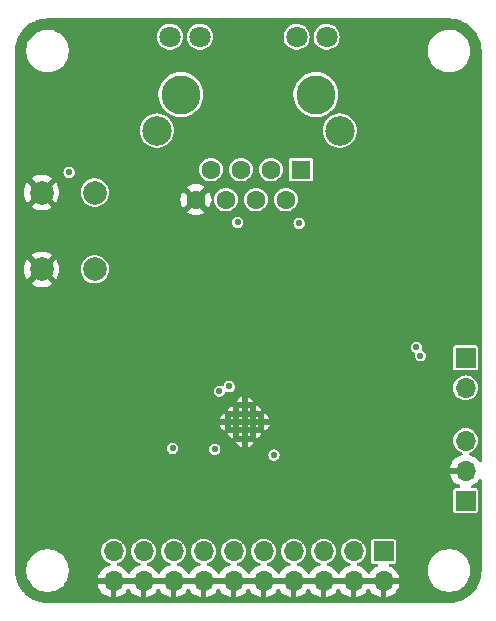
<source format=gbr>
%TF.GenerationSoftware,KiCad,Pcbnew,8.0.8+1*%
%TF.CreationDate,Date%
%TF.ProjectId,LAN8742A-breakout,4c414e38-3734-4324-912d-627265616b6f,+ (Unreleased)*%
%TF.SameCoordinates,Original*%
%TF.FileFunction,Copper,L2,Inr*%
%TF.FilePolarity,Positive*%
%FSLAX46Y46*%
G04 Gerber Fmt 4.6, Leading zero omitted, Abs format (unit mm)*
G04 Created by KiCad*
%MOMM*%
%LPD*%
G01*
G04 APERTURE LIST*
%TA.AperFunction,ComponentPad*%
%ADD10R,1.700000X1.700000*%
%TD*%
%TA.AperFunction,ComponentPad*%
%ADD11O,1.700000X1.700000*%
%TD*%
%TA.AperFunction,HeatsinkPad*%
%ADD12C,0.500000*%
%TD*%
%TA.AperFunction,ComponentPad*%
%ADD13C,2.000000*%
%TD*%
%TA.AperFunction,ComponentPad*%
%ADD14C,3.300000*%
%TD*%
%TA.AperFunction,ComponentPad*%
%ADD15R,1.600000X1.600000*%
%TD*%
%TA.AperFunction,ComponentPad*%
%ADD16C,1.600000*%
%TD*%
%TA.AperFunction,ComponentPad*%
%ADD17C,1.800000*%
%TD*%
%TA.AperFunction,ComponentPad*%
%ADD18C,2.500000*%
%TD*%
%TA.AperFunction,ViaPad*%
%ADD19C,0.550000*%
%TD*%
G04 APERTURE END LIST*
D10*
%TO.N,/Project Architecture/LAN8742A breakout/LED1*%
%TO.C,J4*%
X165690981Y-75000000D03*
D11*
%TO.N,/Project Architecture/LAN8742A breakout/LED2*%
X165690981Y-77540000D03*
%TD*%
D12*
%TO.N,GND*%
%TO.C,U1*%
X146983084Y-79021632D03*
X146275977Y-79728739D03*
X145568870Y-80435846D03*
X147690191Y-79728739D03*
X146983084Y-80435846D03*
X146275977Y-81142953D03*
X148397298Y-80435846D03*
X147690191Y-81142953D03*
X146983084Y-81850060D03*
%TD*%
D13*
%TO.N,GND*%
%TO.C,SW1*%
X129793981Y-67500000D03*
X129793981Y-61000000D03*
%TO.N,Net-(R6-Pad1)*%
X134293981Y-67500000D03*
X134293981Y-61000000D03*
%TD*%
D10*
%TO.N,/Project Architecture/LAN8742A breakout/TXD1*%
%TO.C,J2*%
X158739181Y-91378000D03*
D11*
%TO.N,GND*%
X158739181Y-93918000D03*
%TO.N,/Project Architecture/LAN8742A breakout/TXD0*%
X156199181Y-91378000D03*
%TO.N,GND*%
X156199181Y-93918000D03*
%TO.N,/Project Architecture/LAN8742A breakout/TXEN*%
X153659181Y-91378000D03*
%TO.N,GND*%
X153659181Y-93918000D03*
%TO.N,/Project Architecture/LAN8742A breakout/REFCLKO*%
X151119181Y-91378000D03*
%TO.N,GND*%
X151119181Y-93918000D03*
%TO.N,/Project Architecture/LAN8742A breakout/MDC*%
X148579181Y-91378000D03*
%TO.N,GND*%
X148579181Y-93918000D03*
%TO.N,/Project Architecture/LAN8742A breakout/MDIO*%
X146039181Y-91378000D03*
%TO.N,GND*%
X146039181Y-93918000D03*
%TO.N,/Project Architecture/LAN8742A breakout/CRS_DV*%
X143499181Y-91378000D03*
%TO.N,GND*%
X143499181Y-93918000D03*
%TO.N,/Project Architecture/LAN8742A breakout/RXER*%
X140959181Y-91378000D03*
%TO.N,GND*%
X140959181Y-93918000D03*
%TO.N,/Project Architecture/LAN8742A breakout/RXD0*%
X138419181Y-91378000D03*
%TO.N,GND*%
X138419181Y-93918000D03*
%TO.N,/Project Architecture/LAN8742A breakout/RXD1*%
X135879181Y-91378000D03*
%TO.N,GND*%
X135879181Y-93918000D03*
%TD*%
D10*
%TO.N,+3.3V*%
%TO.C,J3*%
X165690981Y-87080000D03*
D11*
%TO.N,GND*%
X165690981Y-84540000D03*
%TO.N,/Project Architecture/LAN8742A breakout/nRST*%
X165690981Y-82000000D03*
%TD*%
D14*
%TO.N,*%
%TO.C,J1*%
X153013981Y-52703600D03*
X141583981Y-52703600D03*
D15*
%TO.N,/Project Architecture/LAN8742A breakout/TX_P*%
X151743981Y-59053600D03*
D16*
%TO.N,/Project Architecture/LAN8742A breakout/TX_N*%
X150473981Y-61593600D03*
%TO.N,/Project Architecture/LAN8742A breakout/RX_P*%
X149203981Y-59053600D03*
%TO.N,+3V3_PHYA*%
X147933981Y-61593600D03*
X146663981Y-59053600D03*
%TO.N,/Project Architecture/LAN8742A breakout/RX_N*%
X145393981Y-61593600D03*
%TO.N,unconnected-(J1-NC-Pad7)*%
X144123981Y-59053600D03*
%TO.N,GND*%
X142853981Y-61593600D03*
D17*
%TO.N,/Project Architecture/LAN8742A breakout/LED1*%
X153923981Y-47813600D03*
%TO.N,Net-(J1-Pad10)*%
X151383981Y-47813600D03*
%TO.N,Net-(J1-Pad11)*%
X143203981Y-47813600D03*
%TO.N,/Project Architecture/LAN8742A breakout/LED2*%
X140663981Y-47813600D03*
D18*
%TO.N,Net-(JP5-B)*%
X155033981Y-55753600D03*
%TO.N,Net-(JP4-B)*%
X139553981Y-55753600D03*
%TD*%
D19*
%TO.N,+3V3_PHYA*%
X144448982Y-82741022D03*
X140882981Y-82665000D03*
%TO.N,/Project Architecture/LAN8742A breakout/nRST*%
X149466454Y-83225527D03*
X132119981Y-59297000D03*
%TO.N,/Project Architecture/LAN8742A breakout/RX_N*%
X146388660Y-63532679D03*
%TO.N,/Project Architecture/LAN8742A breakout/TX_N*%
X151594981Y-63615000D03*
%TO.N,Net-(JP1-A)*%
X144832920Y-77826061D03*
X161523737Y-74095756D03*
%TO.N,Net-(JP2-B)*%
X161857863Y-74822292D03*
X145671068Y-77420087D03*
%TD*%
%TA.AperFunction,Conductor*%
%TO.N,GND*%
G36*
X137953256Y-93725007D02*
G01*
X137919181Y-93852174D01*
X137919181Y-93983826D01*
X137953256Y-94110993D01*
X137986169Y-94168000D01*
X136312193Y-94168000D01*
X136345106Y-94110993D01*
X136379181Y-93983826D01*
X136379181Y-93852174D01*
X136345106Y-93725007D01*
X136312193Y-93668000D01*
X137986169Y-93668000D01*
X137953256Y-93725007D01*
G37*
%TD.AperFunction*%
%TA.AperFunction,Conductor*%
G36*
X140493256Y-93725007D02*
G01*
X140459181Y-93852174D01*
X140459181Y-93983826D01*
X140493256Y-94110993D01*
X140526169Y-94168000D01*
X138852193Y-94168000D01*
X138885106Y-94110993D01*
X138919181Y-93983826D01*
X138919181Y-93852174D01*
X138885106Y-93725007D01*
X138852193Y-93668000D01*
X140526169Y-93668000D01*
X140493256Y-93725007D01*
G37*
%TD.AperFunction*%
%TA.AperFunction,Conductor*%
G36*
X143033256Y-93725007D02*
G01*
X142999181Y-93852174D01*
X142999181Y-93983826D01*
X143033256Y-94110993D01*
X143066169Y-94168000D01*
X141392193Y-94168000D01*
X141425106Y-94110993D01*
X141459181Y-93983826D01*
X141459181Y-93852174D01*
X141425106Y-93725007D01*
X141392193Y-93668000D01*
X143066169Y-93668000D01*
X143033256Y-93725007D01*
G37*
%TD.AperFunction*%
%TA.AperFunction,Conductor*%
G36*
X145573256Y-93725007D02*
G01*
X145539181Y-93852174D01*
X145539181Y-93983826D01*
X145573256Y-94110993D01*
X145606169Y-94168000D01*
X143932193Y-94168000D01*
X143965106Y-94110993D01*
X143999181Y-93983826D01*
X143999181Y-93852174D01*
X143965106Y-93725007D01*
X143932193Y-93668000D01*
X145606169Y-93668000D01*
X145573256Y-93725007D01*
G37*
%TD.AperFunction*%
%TA.AperFunction,Conductor*%
G36*
X148113256Y-93725007D02*
G01*
X148079181Y-93852174D01*
X148079181Y-93983826D01*
X148113256Y-94110993D01*
X148146169Y-94168000D01*
X146472193Y-94168000D01*
X146505106Y-94110993D01*
X146539181Y-93983826D01*
X146539181Y-93852174D01*
X146505106Y-93725007D01*
X146472193Y-93668000D01*
X148146169Y-93668000D01*
X148113256Y-93725007D01*
G37*
%TD.AperFunction*%
%TA.AperFunction,Conductor*%
G36*
X150653256Y-93725007D02*
G01*
X150619181Y-93852174D01*
X150619181Y-93983826D01*
X150653256Y-94110993D01*
X150686169Y-94168000D01*
X149012193Y-94168000D01*
X149045106Y-94110993D01*
X149079181Y-93983826D01*
X149079181Y-93852174D01*
X149045106Y-93725007D01*
X149012193Y-93668000D01*
X150686169Y-93668000D01*
X150653256Y-93725007D01*
G37*
%TD.AperFunction*%
%TA.AperFunction,Conductor*%
G36*
X153193256Y-93725007D02*
G01*
X153159181Y-93852174D01*
X153159181Y-93983826D01*
X153193256Y-94110993D01*
X153226169Y-94168000D01*
X151552193Y-94168000D01*
X151585106Y-94110993D01*
X151619181Y-93983826D01*
X151619181Y-93852174D01*
X151585106Y-93725007D01*
X151552193Y-93668000D01*
X153226169Y-93668000D01*
X153193256Y-93725007D01*
G37*
%TD.AperFunction*%
%TA.AperFunction,Conductor*%
G36*
X155733256Y-93725007D02*
G01*
X155699181Y-93852174D01*
X155699181Y-93983826D01*
X155733256Y-94110993D01*
X155766169Y-94168000D01*
X154092193Y-94168000D01*
X154125106Y-94110993D01*
X154159181Y-93983826D01*
X154159181Y-93852174D01*
X154125106Y-93725007D01*
X154092193Y-93668000D01*
X155766169Y-93668000D01*
X155733256Y-93725007D01*
G37*
%TD.AperFunction*%
%TA.AperFunction,Conductor*%
G36*
X158273256Y-93725007D02*
G01*
X158239181Y-93852174D01*
X158239181Y-93983826D01*
X158273256Y-94110993D01*
X158306169Y-94168000D01*
X156632193Y-94168000D01*
X156665106Y-94110993D01*
X156699181Y-93983826D01*
X156699181Y-93852174D01*
X156665106Y-93725007D01*
X156632193Y-93668000D01*
X158306169Y-93668000D01*
X158273256Y-93725007D01*
G37*
%TD.AperFunction*%
%TA.AperFunction,Conductor*%
G36*
X164297455Y-46250694D02*
G01*
X164594889Y-46267396D01*
X164608686Y-46268950D01*
X164898941Y-46318265D01*
X164912496Y-46321359D01*
X165195400Y-46402861D01*
X165208525Y-46407454D01*
X165480513Y-46520114D01*
X165493041Y-46526147D01*
X165750717Y-46668557D01*
X165762484Y-46675950D01*
X166002606Y-46846324D01*
X166013460Y-46854980D01*
X166121559Y-46951582D01*
X166232996Y-47051168D01*
X166242828Y-47061001D01*
X166439001Y-47280517D01*
X166447671Y-47291389D01*
X166618033Y-47531491D01*
X166625431Y-47543264D01*
X166767842Y-47800934D01*
X166773874Y-47813460D01*
X166850127Y-47997550D01*
X166886540Y-48085457D01*
X166891133Y-48098583D01*
X166972636Y-48381488D01*
X166975730Y-48395044D01*
X167025045Y-48685285D01*
X167026602Y-48699103D01*
X167043286Y-48996188D01*
X167043481Y-49003141D01*
X167043481Y-83724639D01*
X167023796Y-83791678D01*
X166970992Y-83837433D01*
X166901834Y-83847377D01*
X166838278Y-83818352D01*
X166817906Y-83795763D01*
X166729090Y-83668922D01*
X166729089Y-83668920D01*
X166562063Y-83501894D01*
X166368559Y-83366399D01*
X166154473Y-83266570D01*
X166154467Y-83266567D01*
X166032330Y-83233841D01*
X165972670Y-83197476D01*
X165942141Y-83134629D01*
X165950436Y-83065253D01*
X165994921Y-83011375D01*
X166028425Y-82995407D01*
X166094935Y-82975232D01*
X166277431Y-82877685D01*
X166437391Y-82746410D01*
X166568666Y-82586450D01*
X166666213Y-82403954D01*
X166726281Y-82205934D01*
X166746564Y-82000000D01*
X166726281Y-81794066D01*
X166666213Y-81596046D01*
X166568666Y-81413550D01*
X166516683Y-81350209D01*
X166437391Y-81253589D01*
X166277433Y-81122317D01*
X166277434Y-81122317D01*
X166277431Y-81122315D01*
X166094935Y-81024768D01*
X165896915Y-80964700D01*
X165896913Y-80964699D01*
X165896915Y-80964699D01*
X165690981Y-80944417D01*
X165485048Y-80964699D01*
X165287024Y-81024769D01*
X165176879Y-81083643D01*
X165104531Y-81122315D01*
X165104529Y-81122316D01*
X165104528Y-81122317D01*
X164944570Y-81253589D01*
X164813298Y-81413547D01*
X164715750Y-81596043D01*
X164655680Y-81794067D01*
X164635398Y-82000000D01*
X164655680Y-82205932D01*
X164684804Y-82301942D01*
X164715749Y-82403954D01*
X164813296Y-82586450D01*
X164813298Y-82586452D01*
X164944570Y-82746410D01*
X165010291Y-82800345D01*
X165104531Y-82877685D01*
X165287027Y-82975232D01*
X165353532Y-82995405D01*
X165411970Y-83033702D01*
X165440427Y-83097514D01*
X165429868Y-83166581D01*
X165383644Y-83218975D01*
X165349631Y-83233841D01*
X165227495Y-83266567D01*
X165227488Y-83266570D01*
X165013403Y-83366399D01*
X165013401Y-83366400D01*
X164819907Y-83501886D01*
X164819901Y-83501891D01*
X164652872Y-83668920D01*
X164652867Y-83668926D01*
X164517381Y-83862420D01*
X164517380Y-83862422D01*
X164417551Y-84076507D01*
X164417548Y-84076513D01*
X164360345Y-84289999D01*
X164360345Y-84290000D01*
X165257969Y-84290000D01*
X165225056Y-84347007D01*
X165190981Y-84474174D01*
X165190981Y-84605826D01*
X165225056Y-84732993D01*
X165257969Y-84790000D01*
X164360345Y-84790000D01*
X164417548Y-85003486D01*
X164417551Y-85003492D01*
X164517380Y-85217578D01*
X164652875Y-85411082D01*
X164819898Y-85578105D01*
X165013402Y-85713600D01*
X165183929Y-85793118D01*
X165236368Y-85839290D01*
X165255520Y-85906484D01*
X165235304Y-85973365D01*
X165182139Y-86018700D01*
X165131524Y-86029500D01*
X164821228Y-86029500D01*
X164762751Y-86041131D01*
X164762750Y-86041132D01*
X164696428Y-86085447D01*
X164652113Y-86151769D01*
X164652112Y-86151770D01*
X164640481Y-86210247D01*
X164640481Y-87949752D01*
X164652112Y-88008229D01*
X164652113Y-88008230D01*
X164696428Y-88074552D01*
X164762750Y-88118867D01*
X164762751Y-88118868D01*
X164821228Y-88130499D01*
X164821231Y-88130500D01*
X164821233Y-88130500D01*
X166560731Y-88130500D01*
X166560732Y-88130499D01*
X166575549Y-88127552D01*
X166619210Y-88118868D01*
X166619210Y-88118867D01*
X166619212Y-88118867D01*
X166685533Y-88074552D01*
X166729848Y-88008231D01*
X166729848Y-88008229D01*
X166729849Y-88008229D01*
X166741480Y-87949752D01*
X166741481Y-87949750D01*
X166741481Y-86210249D01*
X166741480Y-86210247D01*
X166729849Y-86151770D01*
X166729848Y-86151769D01*
X166685533Y-86085447D01*
X166619211Y-86041132D01*
X166619210Y-86041131D01*
X166560733Y-86029500D01*
X166560729Y-86029500D01*
X166250438Y-86029500D01*
X166183399Y-86009815D01*
X166137644Y-85957011D01*
X166127700Y-85887853D01*
X166156725Y-85824297D01*
X166198033Y-85793118D01*
X166368559Y-85713600D01*
X166562063Y-85578105D01*
X166729086Y-85411082D01*
X166817906Y-85284236D01*
X166872483Y-85240611D01*
X166941982Y-85233419D01*
X167004336Y-85264941D01*
X167039750Y-85325171D01*
X167043481Y-85355360D01*
X167043481Y-92996519D01*
X167043286Y-93003472D01*
X167026583Y-93300892D01*
X167025026Y-93314710D01*
X166975711Y-93604951D01*
X166972617Y-93618508D01*
X166891114Y-93901411D01*
X166886521Y-93914535D01*
X166773859Y-94186527D01*
X166767830Y-94199046D01*
X166625412Y-94456731D01*
X166618020Y-94468495D01*
X166447656Y-94708598D01*
X166438987Y-94719469D01*
X166242811Y-94938990D01*
X166232977Y-94948823D01*
X166013457Y-95144996D01*
X166002586Y-95153666D01*
X165762482Y-95324028D01*
X165750707Y-95331426D01*
X165493033Y-95473835D01*
X165480505Y-95479868D01*
X165208519Y-95592527D01*
X165195394Y-95597120D01*
X164912492Y-95678621D01*
X164898935Y-95681715D01*
X164608694Y-95731028D01*
X164594876Y-95732585D01*
X164323349Y-95747831D01*
X164297116Y-95749305D01*
X164290166Y-95749500D01*
X130297464Y-95749500D01*
X130290512Y-95749305D01*
X130251882Y-95747135D01*
X129993089Y-95732600D01*
X129979272Y-95731043D01*
X129689032Y-95681728D01*
X129675475Y-95678634D01*
X129392574Y-95597130D01*
X129379449Y-95592537D01*
X129107456Y-95479873D01*
X129094931Y-95473841D01*
X128837255Y-95331426D01*
X128825495Y-95324036D01*
X128585378Y-95153663D01*
X128574515Y-95144999D01*
X128355001Y-94948828D01*
X128345168Y-94938996D01*
X128221399Y-94800498D01*
X128148982Y-94719462D01*
X128140324Y-94708605D01*
X127992505Y-94500273D01*
X127969958Y-94468495D01*
X127962560Y-94456721D01*
X127820150Y-94199049D01*
X127814117Y-94186520D01*
X127701459Y-93914537D01*
X127696866Y-93901413D01*
X127636380Y-93691463D01*
X127615361Y-93618506D01*
X127612268Y-93604951D01*
X127562952Y-93314700D01*
X127561398Y-93300901D01*
X127544676Y-93003128D01*
X127544481Y-92996176D01*
X127544481Y-92881995D01*
X128493481Y-92881995D01*
X128493481Y-93118004D01*
X128493482Y-93118020D01*
X128524287Y-93352010D01*
X128585375Y-93579993D01*
X128675695Y-93798045D01*
X128675700Y-93798056D01*
X128701328Y-93842444D01*
X128793708Y-94002450D01*
X128793710Y-94002453D01*
X128793711Y-94002454D01*
X128937387Y-94189697D01*
X128937393Y-94189704D01*
X129104276Y-94356587D01*
X129104283Y-94356593D01*
X129214287Y-94441001D01*
X129291531Y-94500273D01*
X129393845Y-94559344D01*
X129495924Y-94618280D01*
X129495929Y-94618282D01*
X129495932Y-94618284D01*
X129713988Y-94708606D01*
X129941967Y-94769693D01*
X130175970Y-94800500D01*
X130175977Y-94800500D01*
X130411985Y-94800500D01*
X130411992Y-94800500D01*
X130645995Y-94769693D01*
X130873974Y-94708606D01*
X131092030Y-94618284D01*
X131296431Y-94500273D01*
X131483680Y-94356592D01*
X131650573Y-94189699D01*
X131794254Y-94002450D01*
X131912265Y-93798049D01*
X131966134Y-93667999D01*
X134548545Y-93667999D01*
X134548545Y-93668000D01*
X135446169Y-93668000D01*
X135413256Y-93725007D01*
X135379181Y-93852174D01*
X135379181Y-93983826D01*
X135413256Y-94110993D01*
X135446169Y-94168000D01*
X134548545Y-94168000D01*
X134605748Y-94381486D01*
X134605751Y-94381492D01*
X134705580Y-94595578D01*
X134841075Y-94789082D01*
X135008098Y-94956105D01*
X135201602Y-95091600D01*
X135415688Y-95191429D01*
X135415697Y-95191433D01*
X135629181Y-95248634D01*
X135629181Y-94351012D01*
X135686188Y-94383925D01*
X135813355Y-94418000D01*
X135945007Y-94418000D01*
X136072174Y-94383925D01*
X136129181Y-94351012D01*
X136129181Y-95248633D01*
X136342664Y-95191433D01*
X136342673Y-95191429D01*
X136556759Y-95091600D01*
X136750263Y-94956105D01*
X136917286Y-94789082D01*
X137047606Y-94602968D01*
X137102183Y-94559344D01*
X137171682Y-94552151D01*
X137234036Y-94583673D01*
X137250756Y-94602968D01*
X137381075Y-94789082D01*
X137548098Y-94956105D01*
X137741602Y-95091600D01*
X137955688Y-95191429D01*
X137955697Y-95191433D01*
X138169181Y-95248634D01*
X138169181Y-94351012D01*
X138226188Y-94383925D01*
X138353355Y-94418000D01*
X138485007Y-94418000D01*
X138612174Y-94383925D01*
X138669181Y-94351012D01*
X138669181Y-95248633D01*
X138882664Y-95191433D01*
X138882673Y-95191429D01*
X139096759Y-95091600D01*
X139290263Y-94956105D01*
X139457286Y-94789082D01*
X139587606Y-94602968D01*
X139642183Y-94559344D01*
X139711682Y-94552151D01*
X139774036Y-94583673D01*
X139790756Y-94602968D01*
X139921075Y-94789082D01*
X140088098Y-94956105D01*
X140281602Y-95091600D01*
X140495688Y-95191429D01*
X140495697Y-95191433D01*
X140709181Y-95248634D01*
X140709181Y-94351012D01*
X140766188Y-94383925D01*
X140893355Y-94418000D01*
X141025007Y-94418000D01*
X141152174Y-94383925D01*
X141209181Y-94351012D01*
X141209181Y-95248633D01*
X141422664Y-95191433D01*
X141422673Y-95191429D01*
X141636759Y-95091600D01*
X141830263Y-94956105D01*
X141997286Y-94789082D01*
X142127606Y-94602968D01*
X142182183Y-94559344D01*
X142251682Y-94552151D01*
X142314036Y-94583673D01*
X142330756Y-94602968D01*
X142461075Y-94789082D01*
X142628098Y-94956105D01*
X142821602Y-95091600D01*
X143035688Y-95191429D01*
X143035697Y-95191433D01*
X143249181Y-95248634D01*
X143249181Y-94351012D01*
X143306188Y-94383925D01*
X143433355Y-94418000D01*
X143565007Y-94418000D01*
X143692174Y-94383925D01*
X143749181Y-94351012D01*
X143749181Y-95248633D01*
X143962664Y-95191433D01*
X143962673Y-95191429D01*
X144176759Y-95091600D01*
X144370263Y-94956105D01*
X144537286Y-94789082D01*
X144667606Y-94602968D01*
X144722183Y-94559344D01*
X144791682Y-94552151D01*
X144854036Y-94583673D01*
X144870756Y-94602968D01*
X145001075Y-94789082D01*
X145168098Y-94956105D01*
X145361602Y-95091600D01*
X145575688Y-95191429D01*
X145575697Y-95191433D01*
X145789181Y-95248634D01*
X145789181Y-94351012D01*
X145846188Y-94383925D01*
X145973355Y-94418000D01*
X146105007Y-94418000D01*
X146232174Y-94383925D01*
X146289181Y-94351012D01*
X146289181Y-95248633D01*
X146502664Y-95191433D01*
X146502673Y-95191429D01*
X146716759Y-95091600D01*
X146910263Y-94956105D01*
X147077286Y-94789082D01*
X147207606Y-94602968D01*
X147262183Y-94559344D01*
X147331682Y-94552151D01*
X147394036Y-94583673D01*
X147410756Y-94602968D01*
X147541075Y-94789082D01*
X147708098Y-94956105D01*
X147901602Y-95091600D01*
X148115688Y-95191429D01*
X148115697Y-95191433D01*
X148329181Y-95248634D01*
X148329181Y-94351012D01*
X148386188Y-94383925D01*
X148513355Y-94418000D01*
X148645007Y-94418000D01*
X148772174Y-94383925D01*
X148829181Y-94351012D01*
X148829181Y-95248633D01*
X149042664Y-95191433D01*
X149042673Y-95191429D01*
X149256759Y-95091600D01*
X149450263Y-94956105D01*
X149617286Y-94789082D01*
X149747606Y-94602968D01*
X149802183Y-94559344D01*
X149871682Y-94552151D01*
X149934036Y-94583673D01*
X149950756Y-94602968D01*
X150081075Y-94789082D01*
X150248098Y-94956105D01*
X150441602Y-95091600D01*
X150655688Y-95191429D01*
X150655697Y-95191433D01*
X150869181Y-95248634D01*
X150869181Y-94351012D01*
X150926188Y-94383925D01*
X151053355Y-94418000D01*
X151185007Y-94418000D01*
X151312174Y-94383925D01*
X151369181Y-94351012D01*
X151369181Y-95248633D01*
X151582664Y-95191433D01*
X151582673Y-95191429D01*
X151796759Y-95091600D01*
X151990263Y-94956105D01*
X152157286Y-94789082D01*
X152287606Y-94602968D01*
X152342183Y-94559344D01*
X152411682Y-94552151D01*
X152474036Y-94583673D01*
X152490756Y-94602968D01*
X152621075Y-94789082D01*
X152788098Y-94956105D01*
X152981602Y-95091600D01*
X153195688Y-95191429D01*
X153195697Y-95191433D01*
X153409181Y-95248634D01*
X153409181Y-94351012D01*
X153466188Y-94383925D01*
X153593355Y-94418000D01*
X153725007Y-94418000D01*
X153852174Y-94383925D01*
X153909181Y-94351012D01*
X153909181Y-95248633D01*
X154122664Y-95191433D01*
X154122673Y-95191429D01*
X154336759Y-95091600D01*
X154530263Y-94956105D01*
X154697286Y-94789082D01*
X154827606Y-94602968D01*
X154882183Y-94559344D01*
X154951682Y-94552151D01*
X155014036Y-94583673D01*
X155030756Y-94602968D01*
X155161075Y-94789082D01*
X155328098Y-94956105D01*
X155521602Y-95091600D01*
X155735688Y-95191429D01*
X155735697Y-95191433D01*
X155949181Y-95248634D01*
X155949181Y-94351012D01*
X156006188Y-94383925D01*
X156133355Y-94418000D01*
X156265007Y-94418000D01*
X156392174Y-94383925D01*
X156449181Y-94351012D01*
X156449181Y-95248633D01*
X156662664Y-95191433D01*
X156662673Y-95191429D01*
X156876759Y-95091600D01*
X157070263Y-94956105D01*
X157237286Y-94789082D01*
X157367606Y-94602968D01*
X157422183Y-94559344D01*
X157491682Y-94552151D01*
X157554036Y-94583673D01*
X157570756Y-94602968D01*
X157701075Y-94789082D01*
X157868098Y-94956105D01*
X158061602Y-95091600D01*
X158275688Y-95191429D01*
X158275697Y-95191433D01*
X158489181Y-95248634D01*
X158489181Y-94351012D01*
X158546188Y-94383925D01*
X158673355Y-94418000D01*
X158805007Y-94418000D01*
X158932174Y-94383925D01*
X158989181Y-94351012D01*
X158989181Y-95248633D01*
X159202664Y-95191433D01*
X159202673Y-95191429D01*
X159416759Y-95091600D01*
X159610263Y-94956105D01*
X159777286Y-94789082D01*
X159912781Y-94595578D01*
X160012610Y-94381492D01*
X160012613Y-94381486D01*
X160069817Y-94168000D01*
X159172193Y-94168000D01*
X159205106Y-94110993D01*
X159239181Y-93983826D01*
X159239181Y-93852174D01*
X159205106Y-93725007D01*
X159172193Y-93668000D01*
X160069817Y-93668000D01*
X160069816Y-93667999D01*
X160012613Y-93454513D01*
X160012610Y-93454507D01*
X159912781Y-93240422D01*
X159912780Y-93240420D01*
X159777294Y-93046926D01*
X159777289Y-93046920D01*
X159612364Y-92881995D01*
X162493481Y-92881995D01*
X162493481Y-93118004D01*
X162493482Y-93118020D01*
X162524287Y-93352010D01*
X162585375Y-93579993D01*
X162675695Y-93798045D01*
X162675700Y-93798056D01*
X162701328Y-93842444D01*
X162793708Y-94002450D01*
X162793710Y-94002453D01*
X162793711Y-94002454D01*
X162937387Y-94189697D01*
X162937393Y-94189704D01*
X163104276Y-94356587D01*
X163104283Y-94356593D01*
X163214287Y-94441001D01*
X163291531Y-94500273D01*
X163393845Y-94559344D01*
X163495924Y-94618280D01*
X163495929Y-94618282D01*
X163495932Y-94618284D01*
X163713988Y-94708606D01*
X163941967Y-94769693D01*
X164175970Y-94800500D01*
X164175977Y-94800500D01*
X164411985Y-94800500D01*
X164411992Y-94800500D01*
X164645995Y-94769693D01*
X164873974Y-94708606D01*
X165092030Y-94618284D01*
X165296431Y-94500273D01*
X165483680Y-94356592D01*
X165650573Y-94189699D01*
X165794254Y-94002450D01*
X165912265Y-93798049D01*
X166002587Y-93579993D01*
X166063674Y-93352014D01*
X166094481Y-93118011D01*
X166094481Y-92881989D01*
X166063674Y-92647986D01*
X166002587Y-92420007D01*
X165912265Y-92201951D01*
X165912263Y-92201948D01*
X165912261Y-92201943D01*
X165867497Y-92124410D01*
X165794254Y-91997550D01*
X165650573Y-91810301D01*
X165650568Y-91810295D01*
X165483685Y-91643412D01*
X165483678Y-91643406D01*
X165296435Y-91499730D01*
X165296434Y-91499729D01*
X165296431Y-91499727D01*
X165214938Y-91452677D01*
X165092037Y-91381719D01*
X165092026Y-91381714D01*
X164873974Y-91291394D01*
X164645991Y-91230306D01*
X164412001Y-91199501D01*
X164411998Y-91199500D01*
X164411992Y-91199500D01*
X164175970Y-91199500D01*
X164175964Y-91199500D01*
X164175960Y-91199501D01*
X163941970Y-91230306D01*
X163713987Y-91291394D01*
X163495935Y-91381714D01*
X163495924Y-91381719D01*
X163291526Y-91499730D01*
X163104283Y-91643406D01*
X163104276Y-91643412D01*
X162937393Y-91810295D01*
X162937387Y-91810302D01*
X162793711Y-91997545D01*
X162675700Y-92201943D01*
X162675695Y-92201954D01*
X162585375Y-92420006D01*
X162524287Y-92647989D01*
X162493482Y-92881979D01*
X162493481Y-92881995D01*
X159612364Y-92881995D01*
X159610263Y-92879894D01*
X159416759Y-92744399D01*
X159246233Y-92664882D01*
X159193794Y-92618710D01*
X159174642Y-92551516D01*
X159194858Y-92484635D01*
X159248023Y-92439300D01*
X159298638Y-92428500D01*
X159608931Y-92428500D01*
X159608932Y-92428499D01*
X159623749Y-92425552D01*
X159667410Y-92416868D01*
X159667410Y-92416867D01*
X159667412Y-92416867D01*
X159733733Y-92372552D01*
X159778048Y-92306231D01*
X159778048Y-92306229D01*
X159778049Y-92306229D01*
X159789680Y-92247752D01*
X159789681Y-92247750D01*
X159789681Y-90508249D01*
X159789680Y-90508247D01*
X159778049Y-90449770D01*
X159778048Y-90449769D01*
X159733733Y-90383447D01*
X159667411Y-90339132D01*
X159667410Y-90339131D01*
X159608933Y-90327500D01*
X159608929Y-90327500D01*
X157869433Y-90327500D01*
X157869428Y-90327500D01*
X157810951Y-90339131D01*
X157810950Y-90339132D01*
X157744628Y-90383447D01*
X157700313Y-90449769D01*
X157700312Y-90449770D01*
X157688681Y-90508247D01*
X157688681Y-92247752D01*
X157700312Y-92306229D01*
X157700313Y-92306230D01*
X157744628Y-92372552D01*
X157810950Y-92416867D01*
X157810951Y-92416868D01*
X157869428Y-92428499D01*
X157869431Y-92428500D01*
X158179724Y-92428500D01*
X158246763Y-92448185D01*
X158292518Y-92500989D01*
X158302462Y-92570147D01*
X158273437Y-92633703D01*
X158232129Y-92664882D01*
X158061603Y-92744399D01*
X158061601Y-92744400D01*
X157868107Y-92879886D01*
X157868101Y-92879891D01*
X157701072Y-93046920D01*
X157701071Y-93046922D01*
X157570756Y-93233031D01*
X157516179Y-93276655D01*
X157446680Y-93283848D01*
X157384326Y-93252326D01*
X157367606Y-93233031D01*
X157237290Y-93046922D01*
X157237289Y-93046920D01*
X157070263Y-92879894D01*
X156876759Y-92744399D01*
X156662673Y-92644570D01*
X156662667Y-92644567D01*
X156540530Y-92611841D01*
X156480870Y-92575476D01*
X156450341Y-92512629D01*
X156458636Y-92443253D01*
X156503121Y-92389375D01*
X156536625Y-92373407D01*
X156603135Y-92353232D01*
X156785631Y-92255685D01*
X156945591Y-92124410D01*
X157076866Y-91964450D01*
X157174413Y-91781954D01*
X157234481Y-91583934D01*
X157254764Y-91378000D01*
X157234481Y-91172066D01*
X157174413Y-90974046D01*
X157076866Y-90791550D01*
X157024883Y-90728209D01*
X156945591Y-90631589D01*
X156795302Y-90508252D01*
X156785631Y-90500315D01*
X156603135Y-90402768D01*
X156405115Y-90342700D01*
X156405113Y-90342699D01*
X156405115Y-90342699D01*
X156199181Y-90322417D01*
X155993248Y-90342699D01*
X155795224Y-90402769D01*
X155707295Y-90449769D01*
X155612731Y-90500315D01*
X155612729Y-90500316D01*
X155612728Y-90500317D01*
X155452770Y-90631589D01*
X155321498Y-90791547D01*
X155223950Y-90974043D01*
X155163880Y-91172067D01*
X155143598Y-91378000D01*
X155163880Y-91583932D01*
X155163881Y-91583934D01*
X155223949Y-91781954D01*
X155321496Y-91964450D01*
X155321498Y-91964452D01*
X155452770Y-92124410D01*
X155547246Y-92201943D01*
X155612731Y-92255685D01*
X155795227Y-92353232D01*
X155861732Y-92373405D01*
X155920170Y-92411702D01*
X155948627Y-92475514D01*
X155938068Y-92544581D01*
X155891844Y-92596975D01*
X155857831Y-92611841D01*
X155735695Y-92644567D01*
X155735688Y-92644570D01*
X155521603Y-92744399D01*
X155521601Y-92744400D01*
X155328107Y-92879886D01*
X155328101Y-92879891D01*
X155161072Y-93046920D01*
X155161071Y-93046922D01*
X155030756Y-93233031D01*
X154976179Y-93276655D01*
X154906680Y-93283848D01*
X154844326Y-93252326D01*
X154827606Y-93233031D01*
X154697290Y-93046922D01*
X154697289Y-93046920D01*
X154530263Y-92879894D01*
X154336759Y-92744399D01*
X154122673Y-92644570D01*
X154122667Y-92644567D01*
X154000530Y-92611841D01*
X153940870Y-92575476D01*
X153910341Y-92512629D01*
X153918636Y-92443253D01*
X153963121Y-92389375D01*
X153996625Y-92373407D01*
X154063135Y-92353232D01*
X154245631Y-92255685D01*
X154405591Y-92124410D01*
X154536866Y-91964450D01*
X154634413Y-91781954D01*
X154694481Y-91583934D01*
X154714764Y-91378000D01*
X154694481Y-91172066D01*
X154634413Y-90974046D01*
X154536866Y-90791550D01*
X154484883Y-90728209D01*
X154405591Y-90631589D01*
X154255302Y-90508252D01*
X154245631Y-90500315D01*
X154063135Y-90402768D01*
X153865115Y-90342700D01*
X153865113Y-90342699D01*
X153865115Y-90342699D01*
X153659181Y-90322417D01*
X153453248Y-90342699D01*
X153255224Y-90402769D01*
X153167295Y-90449769D01*
X153072731Y-90500315D01*
X153072729Y-90500316D01*
X153072728Y-90500317D01*
X152912770Y-90631589D01*
X152781498Y-90791547D01*
X152683950Y-90974043D01*
X152623880Y-91172067D01*
X152603598Y-91378000D01*
X152623880Y-91583932D01*
X152623881Y-91583934D01*
X152683949Y-91781954D01*
X152781496Y-91964450D01*
X152781498Y-91964452D01*
X152912770Y-92124410D01*
X153007246Y-92201943D01*
X153072731Y-92255685D01*
X153255227Y-92353232D01*
X153321732Y-92373405D01*
X153380170Y-92411702D01*
X153408627Y-92475514D01*
X153398068Y-92544581D01*
X153351844Y-92596975D01*
X153317831Y-92611841D01*
X153195695Y-92644567D01*
X153195688Y-92644570D01*
X152981603Y-92744399D01*
X152981601Y-92744400D01*
X152788107Y-92879886D01*
X152788101Y-92879891D01*
X152621072Y-93046920D01*
X152621071Y-93046922D01*
X152490756Y-93233031D01*
X152436179Y-93276655D01*
X152366680Y-93283848D01*
X152304326Y-93252326D01*
X152287606Y-93233031D01*
X152157290Y-93046922D01*
X152157289Y-93046920D01*
X151990263Y-92879894D01*
X151796759Y-92744399D01*
X151582673Y-92644570D01*
X151582667Y-92644567D01*
X151460530Y-92611841D01*
X151400870Y-92575476D01*
X151370341Y-92512629D01*
X151378636Y-92443253D01*
X151423121Y-92389375D01*
X151456625Y-92373407D01*
X151523135Y-92353232D01*
X151705631Y-92255685D01*
X151865591Y-92124410D01*
X151996866Y-91964450D01*
X152094413Y-91781954D01*
X152154481Y-91583934D01*
X152174764Y-91378000D01*
X152154481Y-91172066D01*
X152094413Y-90974046D01*
X151996866Y-90791550D01*
X151944883Y-90728209D01*
X151865591Y-90631589D01*
X151715302Y-90508252D01*
X151705631Y-90500315D01*
X151523135Y-90402768D01*
X151325115Y-90342700D01*
X151325113Y-90342699D01*
X151325115Y-90342699D01*
X151119181Y-90322417D01*
X150913248Y-90342699D01*
X150715224Y-90402769D01*
X150627295Y-90449769D01*
X150532731Y-90500315D01*
X150532729Y-90500316D01*
X150532728Y-90500317D01*
X150372770Y-90631589D01*
X150241498Y-90791547D01*
X150143950Y-90974043D01*
X150083880Y-91172067D01*
X150063598Y-91378000D01*
X150083880Y-91583932D01*
X150083881Y-91583934D01*
X150143949Y-91781954D01*
X150241496Y-91964450D01*
X150241498Y-91964452D01*
X150372770Y-92124410D01*
X150467246Y-92201943D01*
X150532731Y-92255685D01*
X150715227Y-92353232D01*
X150781732Y-92373405D01*
X150840170Y-92411702D01*
X150868627Y-92475514D01*
X150858068Y-92544581D01*
X150811844Y-92596975D01*
X150777831Y-92611841D01*
X150655695Y-92644567D01*
X150655688Y-92644570D01*
X150441603Y-92744399D01*
X150441601Y-92744400D01*
X150248107Y-92879886D01*
X150248101Y-92879891D01*
X150081072Y-93046920D01*
X150081071Y-93046922D01*
X149950756Y-93233031D01*
X149896179Y-93276655D01*
X149826680Y-93283848D01*
X149764326Y-93252326D01*
X149747606Y-93233031D01*
X149617290Y-93046922D01*
X149617289Y-93046920D01*
X149450263Y-92879894D01*
X149256759Y-92744399D01*
X149042673Y-92644570D01*
X149042667Y-92644567D01*
X148920530Y-92611841D01*
X148860870Y-92575476D01*
X148830341Y-92512629D01*
X148838636Y-92443253D01*
X148883121Y-92389375D01*
X148916625Y-92373407D01*
X148983135Y-92353232D01*
X149165631Y-92255685D01*
X149325591Y-92124410D01*
X149456866Y-91964450D01*
X149554413Y-91781954D01*
X149614481Y-91583934D01*
X149634764Y-91378000D01*
X149614481Y-91172066D01*
X149554413Y-90974046D01*
X149456866Y-90791550D01*
X149404883Y-90728209D01*
X149325591Y-90631589D01*
X149175302Y-90508252D01*
X149165631Y-90500315D01*
X148983135Y-90402768D01*
X148785115Y-90342700D01*
X148785113Y-90342699D01*
X148785115Y-90342699D01*
X148579181Y-90322417D01*
X148373248Y-90342699D01*
X148175224Y-90402769D01*
X148087295Y-90449769D01*
X147992731Y-90500315D01*
X147992729Y-90500316D01*
X147992728Y-90500317D01*
X147832770Y-90631589D01*
X147701498Y-90791547D01*
X147603950Y-90974043D01*
X147543880Y-91172067D01*
X147523598Y-91378000D01*
X147543880Y-91583932D01*
X147543881Y-91583934D01*
X147603949Y-91781954D01*
X147701496Y-91964450D01*
X147701498Y-91964452D01*
X147832770Y-92124410D01*
X147927246Y-92201943D01*
X147992731Y-92255685D01*
X148175227Y-92353232D01*
X148241732Y-92373405D01*
X148300170Y-92411702D01*
X148328627Y-92475514D01*
X148318068Y-92544581D01*
X148271844Y-92596975D01*
X148237831Y-92611841D01*
X148115695Y-92644567D01*
X148115688Y-92644570D01*
X147901603Y-92744399D01*
X147901601Y-92744400D01*
X147708107Y-92879886D01*
X147708101Y-92879891D01*
X147541072Y-93046920D01*
X147541071Y-93046922D01*
X147410756Y-93233031D01*
X147356179Y-93276655D01*
X147286680Y-93283848D01*
X147224326Y-93252326D01*
X147207606Y-93233031D01*
X147077290Y-93046922D01*
X147077289Y-93046920D01*
X146910263Y-92879894D01*
X146716759Y-92744399D01*
X146502673Y-92644570D01*
X146502667Y-92644567D01*
X146380530Y-92611841D01*
X146320870Y-92575476D01*
X146290341Y-92512629D01*
X146298636Y-92443253D01*
X146343121Y-92389375D01*
X146376625Y-92373407D01*
X146443135Y-92353232D01*
X146625631Y-92255685D01*
X146785591Y-92124410D01*
X146916866Y-91964450D01*
X147014413Y-91781954D01*
X147074481Y-91583934D01*
X147094764Y-91378000D01*
X147074481Y-91172066D01*
X147014413Y-90974046D01*
X146916866Y-90791550D01*
X146864883Y-90728209D01*
X146785591Y-90631589D01*
X146635302Y-90508252D01*
X146625631Y-90500315D01*
X146443135Y-90402768D01*
X146245115Y-90342700D01*
X146245113Y-90342699D01*
X146245115Y-90342699D01*
X146039181Y-90322417D01*
X145833248Y-90342699D01*
X145635224Y-90402769D01*
X145547295Y-90449769D01*
X145452731Y-90500315D01*
X145452729Y-90500316D01*
X145452728Y-90500317D01*
X145292770Y-90631589D01*
X145161498Y-90791547D01*
X145063950Y-90974043D01*
X145003880Y-91172067D01*
X144983598Y-91378000D01*
X145003880Y-91583932D01*
X145003881Y-91583934D01*
X145063949Y-91781954D01*
X145161496Y-91964450D01*
X145161498Y-91964452D01*
X145292770Y-92124410D01*
X145387246Y-92201943D01*
X145452731Y-92255685D01*
X145635227Y-92353232D01*
X145701732Y-92373405D01*
X145760170Y-92411702D01*
X145788627Y-92475514D01*
X145778068Y-92544581D01*
X145731844Y-92596975D01*
X145697831Y-92611841D01*
X145575695Y-92644567D01*
X145575688Y-92644570D01*
X145361603Y-92744399D01*
X145361601Y-92744400D01*
X145168107Y-92879886D01*
X145168101Y-92879891D01*
X145001072Y-93046920D01*
X145001071Y-93046922D01*
X144870756Y-93233031D01*
X144816179Y-93276655D01*
X144746680Y-93283848D01*
X144684326Y-93252326D01*
X144667606Y-93233031D01*
X144537290Y-93046922D01*
X144537289Y-93046920D01*
X144370263Y-92879894D01*
X144176759Y-92744399D01*
X143962673Y-92644570D01*
X143962667Y-92644567D01*
X143840530Y-92611841D01*
X143780870Y-92575476D01*
X143750341Y-92512629D01*
X143758636Y-92443253D01*
X143803121Y-92389375D01*
X143836625Y-92373407D01*
X143903135Y-92353232D01*
X144085631Y-92255685D01*
X144245591Y-92124410D01*
X144376866Y-91964450D01*
X144474413Y-91781954D01*
X144534481Y-91583934D01*
X144554764Y-91378000D01*
X144534481Y-91172066D01*
X144474413Y-90974046D01*
X144376866Y-90791550D01*
X144324883Y-90728209D01*
X144245591Y-90631589D01*
X144095302Y-90508252D01*
X144085631Y-90500315D01*
X143903135Y-90402768D01*
X143705115Y-90342700D01*
X143705113Y-90342699D01*
X143705115Y-90342699D01*
X143499181Y-90322417D01*
X143293248Y-90342699D01*
X143095224Y-90402769D01*
X143007295Y-90449769D01*
X142912731Y-90500315D01*
X142912729Y-90500316D01*
X142912728Y-90500317D01*
X142752770Y-90631589D01*
X142621498Y-90791547D01*
X142523950Y-90974043D01*
X142463880Y-91172067D01*
X142443598Y-91378000D01*
X142463880Y-91583932D01*
X142463881Y-91583934D01*
X142523949Y-91781954D01*
X142621496Y-91964450D01*
X142621498Y-91964452D01*
X142752770Y-92124410D01*
X142847246Y-92201943D01*
X142912731Y-92255685D01*
X143095227Y-92353232D01*
X143161732Y-92373405D01*
X143220170Y-92411702D01*
X143248627Y-92475514D01*
X143238068Y-92544581D01*
X143191844Y-92596975D01*
X143157831Y-92611841D01*
X143035695Y-92644567D01*
X143035688Y-92644570D01*
X142821603Y-92744399D01*
X142821601Y-92744400D01*
X142628107Y-92879886D01*
X142628101Y-92879891D01*
X142461072Y-93046920D01*
X142461071Y-93046922D01*
X142330756Y-93233031D01*
X142276179Y-93276655D01*
X142206680Y-93283848D01*
X142144326Y-93252326D01*
X142127606Y-93233031D01*
X141997290Y-93046922D01*
X141997289Y-93046920D01*
X141830263Y-92879894D01*
X141636759Y-92744399D01*
X141422673Y-92644570D01*
X141422667Y-92644567D01*
X141300530Y-92611841D01*
X141240870Y-92575476D01*
X141210341Y-92512629D01*
X141218636Y-92443253D01*
X141263121Y-92389375D01*
X141296625Y-92373407D01*
X141363135Y-92353232D01*
X141545631Y-92255685D01*
X141705591Y-92124410D01*
X141836866Y-91964450D01*
X141934413Y-91781954D01*
X141994481Y-91583934D01*
X142014764Y-91378000D01*
X141994481Y-91172066D01*
X141934413Y-90974046D01*
X141836866Y-90791550D01*
X141784883Y-90728209D01*
X141705591Y-90631589D01*
X141555302Y-90508252D01*
X141545631Y-90500315D01*
X141363135Y-90402768D01*
X141165115Y-90342700D01*
X141165113Y-90342699D01*
X141165115Y-90342699D01*
X140959181Y-90322417D01*
X140753248Y-90342699D01*
X140555224Y-90402769D01*
X140467295Y-90449769D01*
X140372731Y-90500315D01*
X140372729Y-90500316D01*
X140372728Y-90500317D01*
X140212770Y-90631589D01*
X140081498Y-90791547D01*
X139983950Y-90974043D01*
X139923880Y-91172067D01*
X139903598Y-91378000D01*
X139923880Y-91583932D01*
X139923881Y-91583934D01*
X139983949Y-91781954D01*
X140081496Y-91964450D01*
X140081498Y-91964452D01*
X140212770Y-92124410D01*
X140307246Y-92201943D01*
X140372731Y-92255685D01*
X140555227Y-92353232D01*
X140621732Y-92373405D01*
X140680170Y-92411702D01*
X140708627Y-92475514D01*
X140698068Y-92544581D01*
X140651844Y-92596975D01*
X140617831Y-92611841D01*
X140495695Y-92644567D01*
X140495688Y-92644570D01*
X140281603Y-92744399D01*
X140281601Y-92744400D01*
X140088107Y-92879886D01*
X140088101Y-92879891D01*
X139921072Y-93046920D01*
X139921071Y-93046922D01*
X139790756Y-93233031D01*
X139736179Y-93276655D01*
X139666680Y-93283848D01*
X139604326Y-93252326D01*
X139587606Y-93233031D01*
X139457290Y-93046922D01*
X139457289Y-93046920D01*
X139290263Y-92879894D01*
X139096759Y-92744399D01*
X138882673Y-92644570D01*
X138882667Y-92644567D01*
X138760530Y-92611841D01*
X138700870Y-92575476D01*
X138670341Y-92512629D01*
X138678636Y-92443253D01*
X138723121Y-92389375D01*
X138756625Y-92373407D01*
X138823135Y-92353232D01*
X139005631Y-92255685D01*
X139165591Y-92124410D01*
X139296866Y-91964450D01*
X139394413Y-91781954D01*
X139454481Y-91583934D01*
X139474764Y-91378000D01*
X139454481Y-91172066D01*
X139394413Y-90974046D01*
X139296866Y-90791550D01*
X139244883Y-90728209D01*
X139165591Y-90631589D01*
X139015302Y-90508252D01*
X139005631Y-90500315D01*
X138823135Y-90402768D01*
X138625115Y-90342700D01*
X138625113Y-90342699D01*
X138625115Y-90342699D01*
X138419181Y-90322417D01*
X138213248Y-90342699D01*
X138015224Y-90402769D01*
X137927295Y-90449769D01*
X137832731Y-90500315D01*
X137832729Y-90500316D01*
X137832728Y-90500317D01*
X137672770Y-90631589D01*
X137541498Y-90791547D01*
X137443950Y-90974043D01*
X137383880Y-91172067D01*
X137363598Y-91378000D01*
X137383880Y-91583932D01*
X137383881Y-91583934D01*
X137443949Y-91781954D01*
X137541496Y-91964450D01*
X137541498Y-91964452D01*
X137672770Y-92124410D01*
X137767246Y-92201943D01*
X137832731Y-92255685D01*
X138015227Y-92353232D01*
X138081732Y-92373405D01*
X138140170Y-92411702D01*
X138168627Y-92475514D01*
X138158068Y-92544581D01*
X138111844Y-92596975D01*
X138077831Y-92611841D01*
X137955695Y-92644567D01*
X137955688Y-92644570D01*
X137741603Y-92744399D01*
X137741601Y-92744400D01*
X137548107Y-92879886D01*
X137548101Y-92879891D01*
X137381072Y-93046920D01*
X137381071Y-93046922D01*
X137250756Y-93233031D01*
X137196179Y-93276655D01*
X137126680Y-93283848D01*
X137064326Y-93252326D01*
X137047606Y-93233031D01*
X136917290Y-93046922D01*
X136917289Y-93046920D01*
X136750263Y-92879894D01*
X136556759Y-92744399D01*
X136342673Y-92644570D01*
X136342667Y-92644567D01*
X136220530Y-92611841D01*
X136160870Y-92575476D01*
X136130341Y-92512629D01*
X136138636Y-92443253D01*
X136183121Y-92389375D01*
X136216625Y-92373407D01*
X136283135Y-92353232D01*
X136465631Y-92255685D01*
X136625591Y-92124410D01*
X136756866Y-91964450D01*
X136854413Y-91781954D01*
X136914481Y-91583934D01*
X136934764Y-91378000D01*
X136914481Y-91172066D01*
X136854413Y-90974046D01*
X136756866Y-90791550D01*
X136704883Y-90728209D01*
X136625591Y-90631589D01*
X136475302Y-90508252D01*
X136465631Y-90500315D01*
X136283135Y-90402768D01*
X136085115Y-90342700D01*
X136085113Y-90342699D01*
X136085115Y-90342699D01*
X135879181Y-90322417D01*
X135673248Y-90342699D01*
X135475224Y-90402769D01*
X135387295Y-90449769D01*
X135292731Y-90500315D01*
X135292729Y-90500316D01*
X135292728Y-90500317D01*
X135132770Y-90631589D01*
X135001498Y-90791547D01*
X134903950Y-90974043D01*
X134843880Y-91172067D01*
X134823598Y-91378000D01*
X134843880Y-91583932D01*
X134843881Y-91583934D01*
X134903949Y-91781954D01*
X135001496Y-91964450D01*
X135001498Y-91964452D01*
X135132770Y-92124410D01*
X135227246Y-92201943D01*
X135292731Y-92255685D01*
X135475227Y-92353232D01*
X135541732Y-92373405D01*
X135600170Y-92411702D01*
X135628627Y-92475514D01*
X135618068Y-92544581D01*
X135571844Y-92596975D01*
X135537831Y-92611841D01*
X135415695Y-92644567D01*
X135415688Y-92644570D01*
X135201603Y-92744399D01*
X135201601Y-92744400D01*
X135008107Y-92879886D01*
X135008101Y-92879891D01*
X134841072Y-93046920D01*
X134841067Y-93046926D01*
X134705581Y-93240420D01*
X134705580Y-93240422D01*
X134605751Y-93454507D01*
X134605748Y-93454513D01*
X134548545Y-93667999D01*
X131966134Y-93667999D01*
X132002587Y-93579993D01*
X132063674Y-93352014D01*
X132094481Y-93118011D01*
X132094481Y-92881989D01*
X132063674Y-92647986D01*
X132002587Y-92420007D01*
X131912265Y-92201951D01*
X131912263Y-92201948D01*
X131912261Y-92201943D01*
X131867497Y-92124410D01*
X131794254Y-91997550D01*
X131650573Y-91810301D01*
X131650568Y-91810295D01*
X131483685Y-91643412D01*
X131483678Y-91643406D01*
X131296435Y-91499730D01*
X131296434Y-91499729D01*
X131296431Y-91499727D01*
X131214938Y-91452677D01*
X131092037Y-91381719D01*
X131092026Y-91381714D01*
X130873974Y-91291394D01*
X130645991Y-91230306D01*
X130412001Y-91199501D01*
X130411998Y-91199500D01*
X130411992Y-91199500D01*
X130175970Y-91199500D01*
X130175964Y-91199500D01*
X130175960Y-91199501D01*
X129941970Y-91230306D01*
X129713987Y-91291394D01*
X129495935Y-91381714D01*
X129495924Y-91381719D01*
X129291526Y-91499730D01*
X129104283Y-91643406D01*
X129104276Y-91643412D01*
X128937393Y-91810295D01*
X128937387Y-91810302D01*
X128793711Y-91997545D01*
X128675700Y-92201943D01*
X128675695Y-92201954D01*
X128585375Y-92420006D01*
X128524287Y-92647989D01*
X128493482Y-92881979D01*
X128493481Y-92881995D01*
X127544481Y-92881995D01*
X127544481Y-83225527D01*
X148986064Y-83225527D01*
X149005522Y-83360864D01*
X149005524Y-83360872D01*
X149062321Y-83485241D01*
X149062326Y-83485248D01*
X149151863Y-83588580D01*
X149151867Y-83588584D01*
X149212433Y-83627506D01*
X149266893Y-83662505D01*
X149332490Y-83681766D01*
X149398086Y-83701027D01*
X149398087Y-83701027D01*
X149534821Y-83701027D01*
X149666015Y-83662505D01*
X149781043Y-83588582D01*
X149870584Y-83485245D01*
X149927385Y-83360869D01*
X149946844Y-83225527D01*
X149927385Y-83090185D01*
X149899010Y-83028053D01*
X149870586Y-82965812D01*
X149870581Y-82965805D01*
X149781044Y-82862473D01*
X149781040Y-82862469D01*
X149684370Y-82800345D01*
X149666015Y-82788549D01*
X149666014Y-82788548D01*
X149666013Y-82788548D01*
X149534822Y-82750027D01*
X149534821Y-82750027D01*
X149398087Y-82750027D01*
X149398086Y-82750027D01*
X149266894Y-82788548D01*
X149151867Y-82862469D01*
X149151863Y-82862473D01*
X149062326Y-82965805D01*
X149062321Y-82965812D01*
X149005524Y-83090181D01*
X149005522Y-83090189D01*
X148986064Y-83225527D01*
X127544481Y-83225527D01*
X127544481Y-82665000D01*
X140402591Y-82665000D01*
X140422049Y-82800337D01*
X140422051Y-82800345D01*
X140478848Y-82924714D01*
X140478853Y-82924721D01*
X140568390Y-83028053D01*
X140568394Y-83028057D01*
X140611227Y-83055583D01*
X140683420Y-83101978D01*
X140749017Y-83121239D01*
X140814613Y-83140500D01*
X140814614Y-83140500D01*
X140951348Y-83140500D01*
X141082542Y-83101978D01*
X141197570Y-83028055D01*
X141287111Y-82924718D01*
X141343912Y-82800342D01*
X141352441Y-82741022D01*
X143968592Y-82741022D01*
X143988050Y-82876359D01*
X143988052Y-82876367D01*
X144044849Y-83000736D01*
X144044854Y-83000743D01*
X144134391Y-83104075D01*
X144134395Y-83104079D01*
X144181933Y-83134629D01*
X144249421Y-83178000D01*
X144315018Y-83197261D01*
X144380614Y-83216522D01*
X144380615Y-83216522D01*
X144517349Y-83216522D01*
X144648543Y-83178000D01*
X144763571Y-83104077D01*
X144853112Y-83000740D01*
X144855549Y-82995405D01*
X144887832Y-82924714D01*
X144909913Y-82876364D01*
X144929372Y-82741022D01*
X144909913Y-82605680D01*
X144875193Y-82529654D01*
X144853114Y-82481307D01*
X144853109Y-82481300D01*
X144763572Y-82377968D01*
X144763568Y-82377964D01*
X144648541Y-82304043D01*
X144517350Y-82265522D01*
X144517349Y-82265522D01*
X144380615Y-82265522D01*
X144380614Y-82265522D01*
X144249422Y-82304043D01*
X144134395Y-82377964D01*
X144134391Y-82377968D01*
X144044854Y-82481300D01*
X144044849Y-82481307D01*
X143988052Y-82605676D01*
X143988050Y-82605684D01*
X143968592Y-82741022D01*
X141352441Y-82741022D01*
X141363371Y-82665000D01*
X141343912Y-82529658D01*
X141321829Y-82481304D01*
X141287113Y-82405285D01*
X141287108Y-82405278D01*
X141197571Y-82301946D01*
X141197567Y-82301942D01*
X141082540Y-82228021D01*
X140951349Y-82189500D01*
X140951348Y-82189500D01*
X140814614Y-82189500D01*
X140814613Y-82189500D01*
X140683421Y-82228021D01*
X140568394Y-82301942D01*
X140568390Y-82301946D01*
X140478853Y-82405278D01*
X140478848Y-82405285D01*
X140422051Y-82529654D01*
X140422049Y-82529662D01*
X140402591Y-82665000D01*
X127544481Y-82665000D01*
X127544481Y-82100060D01*
X146275972Y-82100060D01*
X146303080Y-82177529D01*
X146392999Y-82320635D01*
X146512508Y-82440144D01*
X146655610Y-82530062D01*
X146733083Y-82557170D01*
X146733084Y-82557170D01*
X147233084Y-82557170D01*
X147310557Y-82530062D01*
X147453659Y-82440144D01*
X147573168Y-82320635D01*
X147663087Y-82177529D01*
X147690195Y-82100060D01*
X147233084Y-82100060D01*
X147233084Y-82557170D01*
X146733084Y-82557170D01*
X146733084Y-82100060D01*
X146275972Y-82100060D01*
X127544481Y-82100060D01*
X127544481Y-81392953D01*
X145568865Y-81392953D01*
X145595973Y-81470422D01*
X145685892Y-81613528D01*
X145805401Y-81733037D01*
X145948503Y-81822955D01*
X146025976Y-81850063D01*
X146025977Y-81850063D01*
X146025977Y-81830169D01*
X146883084Y-81830169D01*
X146883084Y-81869951D01*
X146898308Y-81906705D01*
X146926439Y-81934836D01*
X146963193Y-81950060D01*
X147002975Y-81950060D01*
X147039729Y-81934836D01*
X147067860Y-81906705D01*
X147083084Y-81869951D01*
X147083084Y-81850063D01*
X147940191Y-81850063D01*
X148017664Y-81822955D01*
X148160766Y-81733037D01*
X148280275Y-81613528D01*
X148370194Y-81470422D01*
X148397302Y-81392953D01*
X147940191Y-81392953D01*
X147940191Y-81850063D01*
X147083084Y-81850063D01*
X147083084Y-81830169D01*
X147067860Y-81793415D01*
X147039729Y-81765284D01*
X147002975Y-81750060D01*
X146963193Y-81750060D01*
X146926439Y-81765284D01*
X146898308Y-81793415D01*
X146883084Y-81830169D01*
X146025977Y-81830169D01*
X146025977Y-81600060D01*
X146525977Y-81600060D01*
X146733084Y-81600060D01*
X147233084Y-81600060D01*
X147440191Y-81600060D01*
X147440191Y-81392953D01*
X147233084Y-81392953D01*
X147233084Y-81600060D01*
X146733084Y-81600060D01*
X146733084Y-81392953D01*
X146525977Y-81392953D01*
X146525977Y-81600060D01*
X146025977Y-81600060D01*
X146025977Y-81392953D01*
X145568865Y-81392953D01*
X127544481Y-81392953D01*
X127544481Y-80685846D01*
X144861758Y-80685846D01*
X144888866Y-80763315D01*
X144978785Y-80906421D01*
X145098294Y-81025930D01*
X145241396Y-81115848D01*
X145318869Y-81142956D01*
X145318870Y-81142956D01*
X145318870Y-81123062D01*
X146175977Y-81123062D01*
X146175977Y-81162844D01*
X146191201Y-81199598D01*
X146219332Y-81227729D01*
X146256086Y-81242953D01*
X146295868Y-81242953D01*
X146332622Y-81227729D01*
X146360753Y-81199598D01*
X146375977Y-81162844D01*
X146375977Y-81123062D01*
X147590191Y-81123062D01*
X147590191Y-81162844D01*
X147605415Y-81199598D01*
X147633546Y-81227729D01*
X147670300Y-81242953D01*
X147710082Y-81242953D01*
X147746836Y-81227729D01*
X147774967Y-81199598D01*
X147790191Y-81162844D01*
X147790191Y-81142956D01*
X148647298Y-81142956D01*
X148724771Y-81115848D01*
X148867873Y-81025930D01*
X148987382Y-80906421D01*
X149077301Y-80763315D01*
X149104409Y-80685846D01*
X148647298Y-80685846D01*
X148647298Y-81142956D01*
X147790191Y-81142956D01*
X147790191Y-81123062D01*
X147774967Y-81086308D01*
X147746836Y-81058177D01*
X147710082Y-81042953D01*
X147670300Y-81042953D01*
X147633546Y-81058177D01*
X147605415Y-81086308D01*
X147590191Y-81123062D01*
X146375977Y-81123062D01*
X146360753Y-81086308D01*
X146332622Y-81058177D01*
X146295868Y-81042953D01*
X146256086Y-81042953D01*
X146219332Y-81058177D01*
X146191201Y-81086308D01*
X146175977Y-81123062D01*
X145318870Y-81123062D01*
X145318870Y-80892953D01*
X145818870Y-80892953D01*
X146025977Y-80892953D01*
X146525977Y-80892953D01*
X146733084Y-80892953D01*
X147233084Y-80892953D01*
X147440191Y-80892953D01*
X147940191Y-80892953D01*
X148147298Y-80892953D01*
X148147298Y-80685846D01*
X147940191Y-80685846D01*
X147940191Y-80892953D01*
X147440191Y-80892953D01*
X147440191Y-80685846D01*
X147233084Y-80685846D01*
X147233084Y-80892953D01*
X146733084Y-80892953D01*
X146733084Y-80685846D01*
X146525977Y-80685846D01*
X146525977Y-80892953D01*
X146025977Y-80892953D01*
X146025977Y-80685846D01*
X145818870Y-80685846D01*
X145818870Y-80892953D01*
X145318870Y-80892953D01*
X145318870Y-80685846D01*
X144861758Y-80685846D01*
X127544481Y-80685846D01*
X127544481Y-80415955D01*
X145468870Y-80415955D01*
X145468870Y-80455737D01*
X145484094Y-80492491D01*
X145512225Y-80520622D01*
X145548979Y-80535846D01*
X145588761Y-80535846D01*
X145625515Y-80520622D01*
X145653646Y-80492491D01*
X145668870Y-80455737D01*
X145668870Y-80415955D01*
X146883084Y-80415955D01*
X146883084Y-80455737D01*
X146898308Y-80492491D01*
X146926439Y-80520622D01*
X146963193Y-80535846D01*
X147002975Y-80535846D01*
X147039729Y-80520622D01*
X147067860Y-80492491D01*
X147083084Y-80455737D01*
X147083084Y-80415955D01*
X148297298Y-80415955D01*
X148297298Y-80455737D01*
X148312522Y-80492491D01*
X148340653Y-80520622D01*
X148377407Y-80535846D01*
X148417189Y-80535846D01*
X148453943Y-80520622D01*
X148482074Y-80492491D01*
X148497298Y-80455737D01*
X148497298Y-80415955D01*
X148482074Y-80379201D01*
X148453943Y-80351070D01*
X148417189Y-80335846D01*
X148377407Y-80335846D01*
X148340653Y-80351070D01*
X148312522Y-80379201D01*
X148297298Y-80415955D01*
X147083084Y-80415955D01*
X147067860Y-80379201D01*
X147039729Y-80351070D01*
X147002975Y-80335846D01*
X146963193Y-80335846D01*
X146926439Y-80351070D01*
X146898308Y-80379201D01*
X146883084Y-80415955D01*
X145668870Y-80415955D01*
X145653646Y-80379201D01*
X145625515Y-80351070D01*
X145588761Y-80335846D01*
X145548979Y-80335846D01*
X145512225Y-80351070D01*
X145484094Y-80379201D01*
X145468870Y-80415955D01*
X127544481Y-80415955D01*
X127544481Y-80185845D01*
X144861758Y-80185845D01*
X144861758Y-80185846D01*
X145318870Y-80185846D01*
X145818870Y-80185846D01*
X146025977Y-80185846D01*
X146525977Y-80185846D01*
X146733084Y-80185846D01*
X147233084Y-80185846D01*
X147440191Y-80185846D01*
X147940191Y-80185846D01*
X148147298Y-80185846D01*
X148647298Y-80185846D01*
X149104410Y-80185846D01*
X149104409Y-80185845D01*
X149077301Y-80108376D01*
X148987382Y-79965270D01*
X148867873Y-79845761D01*
X148724767Y-79755842D01*
X148647298Y-79728734D01*
X148647298Y-80185846D01*
X148147298Y-80185846D01*
X148147298Y-79978739D01*
X147940191Y-79978739D01*
X147940191Y-80185846D01*
X147440191Y-80185846D01*
X147440191Y-79978739D01*
X147233084Y-79978739D01*
X147233084Y-80185846D01*
X146733084Y-80185846D01*
X146733084Y-79978739D01*
X146525977Y-79978739D01*
X146525977Y-80185846D01*
X146025977Y-80185846D01*
X146025977Y-79978739D01*
X145818870Y-79978739D01*
X145818870Y-80185846D01*
X145318870Y-80185846D01*
X145318870Y-79728734D01*
X145318869Y-79728734D01*
X145241400Y-79755842D01*
X145098294Y-79845761D01*
X144978785Y-79965270D01*
X144888866Y-80108376D01*
X144861758Y-80185845D01*
X127544481Y-80185845D01*
X127544481Y-79708848D01*
X146175977Y-79708848D01*
X146175977Y-79748630D01*
X146191201Y-79785384D01*
X146219332Y-79813515D01*
X146256086Y-79828739D01*
X146295868Y-79828739D01*
X146332622Y-79813515D01*
X146360753Y-79785384D01*
X146375977Y-79748630D01*
X146375977Y-79708848D01*
X147590191Y-79708848D01*
X147590191Y-79748630D01*
X147605415Y-79785384D01*
X147633546Y-79813515D01*
X147670300Y-79828739D01*
X147710082Y-79828739D01*
X147746836Y-79813515D01*
X147774967Y-79785384D01*
X147790191Y-79748630D01*
X147790191Y-79708848D01*
X147774967Y-79672094D01*
X147746836Y-79643963D01*
X147710082Y-79628739D01*
X147670300Y-79628739D01*
X147633546Y-79643963D01*
X147605415Y-79672094D01*
X147590191Y-79708848D01*
X146375977Y-79708848D01*
X146360753Y-79672094D01*
X146332622Y-79643963D01*
X146295868Y-79628739D01*
X146256086Y-79628739D01*
X146219332Y-79643963D01*
X146191201Y-79672094D01*
X146175977Y-79708848D01*
X127544481Y-79708848D01*
X127544481Y-79478738D01*
X145568865Y-79478738D01*
X145568865Y-79478739D01*
X146025977Y-79478739D01*
X146525977Y-79478739D01*
X146733084Y-79478739D01*
X147233084Y-79478739D01*
X147440191Y-79478739D01*
X147940191Y-79478739D01*
X148397303Y-79478739D01*
X148397302Y-79478738D01*
X148370194Y-79401269D01*
X148280275Y-79258163D01*
X148160766Y-79138654D01*
X148017660Y-79048735D01*
X147940191Y-79021627D01*
X147940191Y-79478739D01*
X147440191Y-79478739D01*
X147440191Y-79271632D01*
X147233084Y-79271632D01*
X147233084Y-79478739D01*
X146733084Y-79478739D01*
X146733084Y-79271632D01*
X146525977Y-79271632D01*
X146525977Y-79478739D01*
X146025977Y-79478739D01*
X146025977Y-79021627D01*
X146025976Y-79021627D01*
X145948507Y-79048735D01*
X145805401Y-79138654D01*
X145685892Y-79258163D01*
X145595973Y-79401269D01*
X145568865Y-79478738D01*
X127544481Y-79478738D01*
X127544481Y-79001741D01*
X146883084Y-79001741D01*
X146883084Y-79041523D01*
X146898308Y-79078277D01*
X146926439Y-79106408D01*
X146963193Y-79121632D01*
X147002975Y-79121632D01*
X147039729Y-79106408D01*
X147067860Y-79078277D01*
X147083084Y-79041523D01*
X147083084Y-79001741D01*
X147067860Y-78964987D01*
X147039729Y-78936856D01*
X147002975Y-78921632D01*
X146963193Y-78921632D01*
X146926439Y-78936856D01*
X146898308Y-78964987D01*
X146883084Y-79001741D01*
X127544481Y-79001741D01*
X127544481Y-78771631D01*
X146275972Y-78771631D01*
X146275972Y-78771632D01*
X146733084Y-78771632D01*
X147233084Y-78771632D01*
X147690196Y-78771632D01*
X147690195Y-78771631D01*
X147663087Y-78694162D01*
X147573168Y-78551056D01*
X147453659Y-78431547D01*
X147310553Y-78341628D01*
X147233084Y-78314520D01*
X147233084Y-78771632D01*
X146733084Y-78771632D01*
X146733084Y-78314520D01*
X146733083Y-78314520D01*
X146655614Y-78341628D01*
X146512508Y-78431547D01*
X146392999Y-78551056D01*
X146303080Y-78694162D01*
X146275972Y-78771631D01*
X127544481Y-78771631D01*
X127544481Y-77826061D01*
X144352530Y-77826061D01*
X144371988Y-77961398D01*
X144371990Y-77961406D01*
X144428787Y-78085775D01*
X144428792Y-78085782D01*
X144518329Y-78189114D01*
X144518333Y-78189118D01*
X144578899Y-78228040D01*
X144633359Y-78263039D01*
X144698956Y-78282300D01*
X144764552Y-78301561D01*
X144764553Y-78301561D01*
X144901287Y-78301561D01*
X145032481Y-78263039D01*
X145147509Y-78189116D01*
X145237050Y-78085779D01*
X145293851Y-77961403D01*
X145295300Y-77951321D01*
X145324320Y-77887768D01*
X145383096Y-77849990D01*
X145452966Y-77849986D01*
X145469556Y-77856174D01*
X145471508Y-77857066D01*
X145602700Y-77895587D01*
X145602701Y-77895587D01*
X145739435Y-77895587D01*
X145870629Y-77857065D01*
X145985657Y-77783142D01*
X146075198Y-77679805D01*
X146131999Y-77555429D01*
X146134217Y-77540000D01*
X164635398Y-77540000D01*
X164655680Y-77745932D01*
X164655681Y-77745934D01*
X164715749Y-77943954D01*
X164813296Y-78126450D01*
X164813298Y-78126452D01*
X164944570Y-78286410D01*
X165041190Y-78365702D01*
X165104531Y-78417685D01*
X165287027Y-78515232D01*
X165485047Y-78575300D01*
X165485046Y-78575300D01*
X165503510Y-78577118D01*
X165690981Y-78595583D01*
X165896915Y-78575300D01*
X166094935Y-78515232D01*
X166277431Y-78417685D01*
X166437391Y-78286410D01*
X166568666Y-78126450D01*
X166666213Y-77943954D01*
X166726281Y-77745934D01*
X166746564Y-77540000D01*
X166726281Y-77334066D01*
X166666213Y-77136046D01*
X166568666Y-76953550D01*
X166516683Y-76890209D01*
X166437391Y-76793589D01*
X166277433Y-76662317D01*
X166277434Y-76662317D01*
X166277431Y-76662315D01*
X166094935Y-76564768D01*
X165896915Y-76504700D01*
X165896913Y-76504699D01*
X165896915Y-76504699D01*
X165690981Y-76484417D01*
X165485048Y-76504699D01*
X165287024Y-76564769D01*
X165176879Y-76623643D01*
X165104531Y-76662315D01*
X165104529Y-76662316D01*
X165104528Y-76662317D01*
X164944570Y-76793589D01*
X164813298Y-76953547D01*
X164715750Y-77136043D01*
X164655680Y-77334067D01*
X164635398Y-77540000D01*
X146134217Y-77540000D01*
X146151458Y-77420087D01*
X146131999Y-77284745D01*
X146119745Y-77257914D01*
X146075200Y-77160372D01*
X146075195Y-77160365D01*
X145985658Y-77057033D01*
X145985654Y-77057029D01*
X145870627Y-76983108D01*
X145739436Y-76944587D01*
X145739435Y-76944587D01*
X145602701Y-76944587D01*
X145602700Y-76944587D01*
X145471508Y-76983108D01*
X145356481Y-77057029D01*
X145356477Y-77057033D01*
X145266940Y-77160365D01*
X145266935Y-77160372D01*
X145210138Y-77284741D01*
X145210136Y-77284749D01*
X145208687Y-77294829D01*
X145179662Y-77358385D01*
X145120884Y-77396159D01*
X145051014Y-77396159D01*
X145034436Y-77389976D01*
X145032477Y-77389081D01*
X144901288Y-77350561D01*
X144901287Y-77350561D01*
X144764553Y-77350561D01*
X144764552Y-77350561D01*
X144633360Y-77389082D01*
X144518333Y-77463003D01*
X144518329Y-77463007D01*
X144428792Y-77566339D01*
X144428787Y-77566346D01*
X144371990Y-77690715D01*
X144371988Y-77690723D01*
X144352530Y-77826061D01*
X127544481Y-77826061D01*
X127544481Y-74095756D01*
X161043347Y-74095756D01*
X161062805Y-74231093D01*
X161062807Y-74231101D01*
X161119604Y-74355470D01*
X161119609Y-74355477D01*
X161142950Y-74382414D01*
X161209148Y-74458811D01*
X161298641Y-74516324D01*
X161324174Y-74532733D01*
X161330514Y-74535628D01*
X161383320Y-74581381D01*
X161403008Y-74648419D01*
X161397987Y-74683352D01*
X161396933Y-74686942D01*
X161377473Y-74822292D01*
X161396931Y-74957629D01*
X161396933Y-74957637D01*
X161453730Y-75082006D01*
X161453735Y-75082013D01*
X161543272Y-75185345D01*
X161543276Y-75185349D01*
X161603842Y-75224271D01*
X161658302Y-75259270D01*
X161723899Y-75278531D01*
X161789495Y-75297792D01*
X161789496Y-75297792D01*
X161926230Y-75297792D01*
X162057424Y-75259270D01*
X162172452Y-75185347D01*
X162261993Y-75082010D01*
X162318794Y-74957634D01*
X162338253Y-74822292D01*
X162318794Y-74686950D01*
X162270582Y-74581381D01*
X162261995Y-74562577D01*
X162261990Y-74562570D01*
X162172453Y-74459238D01*
X162172449Y-74459234D01*
X162057422Y-74385312D01*
X162051075Y-74382414D01*
X161998273Y-74336657D01*
X161978591Y-74269617D01*
X161983616Y-74234681D01*
X161984668Y-74231098D01*
X161999167Y-74130252D01*
X161999168Y-74130247D01*
X164640481Y-74130247D01*
X164640481Y-75869752D01*
X164652112Y-75928229D01*
X164652113Y-75928230D01*
X164696428Y-75994552D01*
X164762750Y-76038867D01*
X164762751Y-76038868D01*
X164821228Y-76050499D01*
X164821231Y-76050500D01*
X164821233Y-76050500D01*
X166560731Y-76050500D01*
X166560732Y-76050499D01*
X166575549Y-76047552D01*
X166619210Y-76038868D01*
X166619210Y-76038867D01*
X166619212Y-76038867D01*
X166685533Y-75994552D01*
X166729848Y-75928231D01*
X166729848Y-75928229D01*
X166729849Y-75928229D01*
X166741480Y-75869752D01*
X166741481Y-75869750D01*
X166741481Y-74130249D01*
X166741480Y-74130247D01*
X166729849Y-74071770D01*
X166729848Y-74071769D01*
X166685533Y-74005447D01*
X166619211Y-73961132D01*
X166619210Y-73961131D01*
X166560733Y-73949500D01*
X166560729Y-73949500D01*
X164821233Y-73949500D01*
X164821228Y-73949500D01*
X164762751Y-73961131D01*
X164762750Y-73961132D01*
X164696428Y-74005447D01*
X164652113Y-74071769D01*
X164652112Y-74071770D01*
X164640481Y-74130247D01*
X161999168Y-74130247D01*
X162004127Y-74095756D01*
X161984668Y-73960414D01*
X161972414Y-73933583D01*
X161927869Y-73836041D01*
X161927864Y-73836034D01*
X161838327Y-73732702D01*
X161838323Y-73732698D01*
X161723296Y-73658777D01*
X161592105Y-73620256D01*
X161592104Y-73620256D01*
X161455370Y-73620256D01*
X161455369Y-73620256D01*
X161324177Y-73658777D01*
X161209150Y-73732698D01*
X161209146Y-73732702D01*
X161119609Y-73836034D01*
X161119604Y-73836041D01*
X161062807Y-73960410D01*
X161062805Y-73960418D01*
X161043347Y-74095756D01*
X127544481Y-74095756D01*
X127544481Y-67499994D01*
X128288840Y-67499994D01*
X128288840Y-67500005D01*
X128309366Y-67747729D01*
X128309368Y-67747738D01*
X128370393Y-67988717D01*
X128470247Y-68216364D01*
X128570545Y-68369882D01*
X129270193Y-67670234D01*
X129281463Y-67712292D01*
X129353871Y-67837708D01*
X129456273Y-67940110D01*
X129581689Y-68012518D01*
X129623746Y-68023787D01*
X128923923Y-68723609D01*
X128970749Y-68760055D01*
X128970751Y-68760056D01*
X129189366Y-68878364D01*
X129189377Y-68878369D01*
X129424487Y-68959083D01*
X129669688Y-69000000D01*
X129918274Y-69000000D01*
X130163474Y-68959083D01*
X130398584Y-68878369D01*
X130398595Y-68878364D01*
X130617209Y-68760057D01*
X130617212Y-68760055D01*
X130664037Y-68723609D01*
X129964215Y-68023787D01*
X130006273Y-68012518D01*
X130131689Y-67940110D01*
X130234091Y-67837708D01*
X130306499Y-67712292D01*
X130317768Y-67670235D01*
X131017415Y-68369882D01*
X131117712Y-68216369D01*
X131217568Y-67988717D01*
X131278593Y-67747738D01*
X131278595Y-67747729D01*
X131299122Y-67500005D01*
X131299122Y-67499999D01*
X133088338Y-67499999D01*
X133088338Y-67500000D01*
X133108865Y-67721535D01*
X133108866Y-67721537D01*
X133169750Y-67935523D01*
X133169756Y-67935538D01*
X133268919Y-68134683D01*
X133268924Y-68134691D01*
X133403001Y-68312238D01*
X133567418Y-68462123D01*
X133567420Y-68462125D01*
X133756576Y-68579245D01*
X133756577Y-68579245D01*
X133756580Y-68579247D01*
X133964041Y-68659618D01*
X134182738Y-68700500D01*
X134182740Y-68700500D01*
X134405222Y-68700500D01*
X134405224Y-68700500D01*
X134623921Y-68659618D01*
X134831382Y-68579247D01*
X135020543Y-68462124D01*
X135184962Y-68312236D01*
X135319039Y-68134689D01*
X135418210Y-67935528D01*
X135479096Y-67721536D01*
X135499624Y-67500000D01*
X135499623Y-67499994D01*
X135479096Y-67278464D01*
X135479095Y-67278462D01*
X135471640Y-67252261D01*
X135418210Y-67064472D01*
X135418205Y-67064461D01*
X135319042Y-66865316D01*
X135319037Y-66865308D01*
X135184960Y-66687761D01*
X135020543Y-66537876D01*
X135020541Y-66537874D01*
X134831385Y-66420754D01*
X134831379Y-66420752D01*
X134623921Y-66340382D01*
X134405224Y-66299500D01*
X134182738Y-66299500D01*
X133964041Y-66340382D01*
X133832845Y-66391207D01*
X133756582Y-66420752D01*
X133756576Y-66420754D01*
X133567420Y-66537874D01*
X133567418Y-66537876D01*
X133403001Y-66687761D01*
X133268924Y-66865308D01*
X133268919Y-66865316D01*
X133169756Y-67064461D01*
X133169750Y-67064476D01*
X133108866Y-67278462D01*
X133108865Y-67278464D01*
X133088338Y-67499999D01*
X131299122Y-67499999D01*
X131299122Y-67499994D01*
X131278595Y-67252270D01*
X131278593Y-67252261D01*
X131217568Y-67011282D01*
X131117712Y-66783630D01*
X131017415Y-66630116D01*
X130317768Y-67329764D01*
X130306499Y-67287708D01*
X130234091Y-67162292D01*
X130131689Y-67059890D01*
X130006273Y-66987482D01*
X129964216Y-66976212D01*
X130664038Y-66276390D01*
X130664037Y-66276389D01*
X130617210Y-66239943D01*
X130398595Y-66121635D01*
X130398584Y-66121630D01*
X130163474Y-66040916D01*
X129918274Y-66000000D01*
X129669688Y-66000000D01*
X129424487Y-66040916D01*
X129189377Y-66121630D01*
X129189371Y-66121632D01*
X128970742Y-66239949D01*
X128923923Y-66276388D01*
X128923923Y-66276390D01*
X129623746Y-66976212D01*
X129581689Y-66987482D01*
X129456273Y-67059890D01*
X129353871Y-67162292D01*
X129281463Y-67287708D01*
X129270193Y-67329764D01*
X128570545Y-66630116D01*
X128470248Y-66783632D01*
X128370393Y-67011282D01*
X128309368Y-67252261D01*
X128309366Y-67252270D01*
X128288840Y-67499994D01*
X127544481Y-67499994D01*
X127544481Y-63532679D01*
X145908270Y-63532679D01*
X145927728Y-63668016D01*
X145927730Y-63668024D01*
X145984527Y-63792393D01*
X145984532Y-63792400D01*
X146074069Y-63895732D01*
X146074073Y-63895736D01*
X146134639Y-63934658D01*
X146189099Y-63969657D01*
X146217707Y-63978057D01*
X146320292Y-64008179D01*
X146320293Y-64008179D01*
X146457027Y-64008179D01*
X146588221Y-63969657D01*
X146703249Y-63895734D01*
X146792790Y-63792397D01*
X146849591Y-63668021D01*
X146857214Y-63615000D01*
X151114591Y-63615000D01*
X151134049Y-63750337D01*
X151134051Y-63750345D01*
X151190848Y-63874714D01*
X151190853Y-63874721D01*
X151280390Y-63978053D01*
X151280394Y-63978057D01*
X151327266Y-64008179D01*
X151395420Y-64051978D01*
X151461017Y-64071239D01*
X151526613Y-64090500D01*
X151526614Y-64090500D01*
X151663348Y-64090500D01*
X151794542Y-64051978D01*
X151909570Y-63978055D01*
X151999111Y-63874718D01*
X152055912Y-63750342D01*
X152075371Y-63615000D01*
X152055912Y-63479658D01*
X152018317Y-63397337D01*
X151999113Y-63355285D01*
X151999108Y-63355278D01*
X151909571Y-63251946D01*
X151909567Y-63251942D01*
X151794540Y-63178021D01*
X151663349Y-63139500D01*
X151663348Y-63139500D01*
X151526614Y-63139500D01*
X151526613Y-63139500D01*
X151395421Y-63178021D01*
X151280394Y-63251942D01*
X151280390Y-63251946D01*
X151190853Y-63355278D01*
X151190848Y-63355285D01*
X151134051Y-63479654D01*
X151134049Y-63479662D01*
X151114591Y-63615000D01*
X146857214Y-63615000D01*
X146869050Y-63532679D01*
X146849591Y-63397337D01*
X146830383Y-63355278D01*
X146792792Y-63272964D01*
X146792787Y-63272957D01*
X146703250Y-63169625D01*
X146703246Y-63169621D01*
X146588219Y-63095700D01*
X146457028Y-63057179D01*
X146457027Y-63057179D01*
X146320293Y-63057179D01*
X146320292Y-63057179D01*
X146189100Y-63095700D01*
X146074073Y-63169621D01*
X146074069Y-63169625D01*
X145984532Y-63272957D01*
X145984527Y-63272964D01*
X145927730Y-63397333D01*
X145927728Y-63397341D01*
X145908270Y-63532679D01*
X127544481Y-63532679D01*
X127544481Y-60999994D01*
X128288840Y-60999994D01*
X128288840Y-61000005D01*
X128309366Y-61247729D01*
X128309368Y-61247738D01*
X128370393Y-61488717D01*
X128470247Y-61716364D01*
X128570545Y-61869882D01*
X129270193Y-61170234D01*
X129281463Y-61212292D01*
X129353871Y-61337708D01*
X129456273Y-61440110D01*
X129581689Y-61512518D01*
X129623746Y-61523787D01*
X128923923Y-62223609D01*
X128970749Y-62260055D01*
X128970751Y-62260056D01*
X129189366Y-62378364D01*
X129189377Y-62378369D01*
X129424487Y-62459083D01*
X129669688Y-62500000D01*
X129918274Y-62500000D01*
X130163474Y-62459083D01*
X130398584Y-62378369D01*
X130398595Y-62378364D01*
X130617209Y-62260057D01*
X130617212Y-62260055D01*
X130664037Y-62223609D01*
X129964215Y-61523787D01*
X130006273Y-61512518D01*
X130131689Y-61440110D01*
X130234091Y-61337708D01*
X130306499Y-61212292D01*
X130317768Y-61170235D01*
X131017415Y-61869882D01*
X131117712Y-61716369D01*
X131217568Y-61488717D01*
X131278593Y-61247738D01*
X131278595Y-61247729D01*
X131299122Y-61000005D01*
X131299122Y-60999999D01*
X133088338Y-60999999D01*
X133088338Y-61000000D01*
X133108865Y-61221535D01*
X133108866Y-61221537D01*
X133169750Y-61435523D01*
X133169756Y-61435538D01*
X133268919Y-61634683D01*
X133268924Y-61634691D01*
X133403001Y-61812238D01*
X133567418Y-61962123D01*
X133567420Y-61962125D01*
X133756576Y-62079245D01*
X133756577Y-62079245D01*
X133756580Y-62079247D01*
X133964041Y-62159618D01*
X134182738Y-62200500D01*
X134182740Y-62200500D01*
X134405222Y-62200500D01*
X134405224Y-62200500D01*
X134623921Y-62159618D01*
X134831382Y-62079247D01*
X135020543Y-61962124D01*
X135184962Y-61812236D01*
X135319039Y-61634689D01*
X135339501Y-61593597D01*
X141549015Y-61593597D01*
X141549015Y-61593602D01*
X141568839Y-61820199D01*
X141568841Y-61820210D01*
X141627711Y-62039917D01*
X141627716Y-62039931D01*
X141723844Y-62246078D01*
X141774955Y-62319072D01*
X142371019Y-61723008D01*
X142388057Y-61786592D01*
X142453883Y-61900606D01*
X142546975Y-61993698D01*
X142660989Y-62059524D01*
X142724572Y-62076561D01*
X142128507Y-62672625D01*
X142201494Y-62723732D01*
X142201502Y-62723736D01*
X142407649Y-62819864D01*
X142407663Y-62819869D01*
X142627370Y-62878739D01*
X142627381Y-62878741D01*
X142853979Y-62898566D01*
X142853983Y-62898566D01*
X143080580Y-62878741D01*
X143080591Y-62878739D01*
X143300298Y-62819869D01*
X143300312Y-62819864D01*
X143506459Y-62723736D01*
X143579452Y-62672624D01*
X142983389Y-62076561D01*
X143046973Y-62059524D01*
X143160987Y-61993698D01*
X143254079Y-61900606D01*
X143319905Y-61786592D01*
X143336942Y-61723008D01*
X143933005Y-62319071D01*
X143984117Y-62246078D01*
X144080245Y-62039931D01*
X144080250Y-62039917D01*
X144139120Y-61820210D01*
X144139122Y-61820199D01*
X144150775Y-61687002D01*
X144176227Y-61621933D01*
X144214799Y-61594002D01*
X144332440Y-61594002D01*
X144363364Y-61611530D01*
X144395872Y-61673376D01*
X144397706Y-61685655D01*
X144407956Y-61789729D01*
X144414784Y-61812238D01*
X144455710Y-61947153D01*
X144465169Y-61978333D01*
X144558067Y-62152132D01*
X144558071Y-62152139D01*
X144683097Y-62304483D01*
X144835441Y-62429509D01*
X144835448Y-62429513D01*
X145009247Y-62522411D01*
X145009250Y-62522411D01*
X145009254Y-62522414D01*
X145197849Y-62579624D01*
X145393981Y-62598941D01*
X145590113Y-62579624D01*
X145778708Y-62522414D01*
X145952519Y-62429510D01*
X146104864Y-62304483D01*
X146229891Y-62152138D01*
X146322795Y-61978327D01*
X146380005Y-61789732D01*
X146399322Y-61593600D01*
X146928640Y-61593600D01*
X146947956Y-61789729D01*
X146954784Y-61812238D01*
X146995710Y-61947153D01*
X147005169Y-61978333D01*
X147098067Y-62152132D01*
X147098071Y-62152139D01*
X147223097Y-62304483D01*
X147375441Y-62429509D01*
X147375448Y-62429513D01*
X147549247Y-62522411D01*
X147549250Y-62522411D01*
X147549254Y-62522414D01*
X147737849Y-62579624D01*
X147933981Y-62598941D01*
X148130113Y-62579624D01*
X148318708Y-62522414D01*
X148492519Y-62429510D01*
X148644864Y-62304483D01*
X148769891Y-62152138D01*
X148862795Y-61978327D01*
X148920005Y-61789732D01*
X148939322Y-61593600D01*
X149468640Y-61593600D01*
X149487956Y-61789729D01*
X149494784Y-61812238D01*
X149535710Y-61947153D01*
X149545169Y-61978333D01*
X149638067Y-62152132D01*
X149638071Y-62152139D01*
X149763097Y-62304483D01*
X149915441Y-62429509D01*
X149915448Y-62429513D01*
X150089247Y-62522411D01*
X150089250Y-62522411D01*
X150089254Y-62522414D01*
X150277849Y-62579624D01*
X150473981Y-62598941D01*
X150670113Y-62579624D01*
X150858708Y-62522414D01*
X151032519Y-62429510D01*
X151184864Y-62304483D01*
X151309891Y-62152138D01*
X151402795Y-61978327D01*
X151460005Y-61789732D01*
X151479322Y-61593600D01*
X151460005Y-61397468D01*
X151402795Y-61208873D01*
X151402792Y-61208869D01*
X151402792Y-61208866D01*
X151309894Y-61035067D01*
X151309890Y-61035060D01*
X151184864Y-60882716D01*
X151032520Y-60757690D01*
X151032513Y-60757686D01*
X150858714Y-60664788D01*
X150858708Y-60664786D01*
X150670113Y-60607576D01*
X150670110Y-60607575D01*
X150473981Y-60588259D01*
X150277851Y-60607575D01*
X150089247Y-60664788D01*
X149915448Y-60757686D01*
X149915441Y-60757690D01*
X149763097Y-60882716D01*
X149638071Y-61035060D01*
X149638067Y-61035067D01*
X149545169Y-61208866D01*
X149487956Y-61397470D01*
X149468640Y-61593600D01*
X148939322Y-61593600D01*
X148920005Y-61397468D01*
X148862795Y-61208873D01*
X148862792Y-61208869D01*
X148862792Y-61208866D01*
X148769894Y-61035067D01*
X148769890Y-61035060D01*
X148644864Y-60882716D01*
X148492520Y-60757690D01*
X148492513Y-60757686D01*
X148318714Y-60664788D01*
X148318708Y-60664786D01*
X148130113Y-60607576D01*
X148130110Y-60607575D01*
X147933981Y-60588259D01*
X147737851Y-60607575D01*
X147549247Y-60664788D01*
X147375448Y-60757686D01*
X147375441Y-60757690D01*
X147223097Y-60882716D01*
X147098071Y-61035060D01*
X147098067Y-61035067D01*
X147005169Y-61208866D01*
X146947956Y-61397470D01*
X146928640Y-61593600D01*
X146399322Y-61593600D01*
X146380005Y-61397468D01*
X146322795Y-61208873D01*
X146322792Y-61208869D01*
X146322792Y-61208866D01*
X146229894Y-61035067D01*
X146229890Y-61035060D01*
X146104864Y-60882716D01*
X145952520Y-60757690D01*
X145952513Y-60757686D01*
X145778714Y-60664788D01*
X145778708Y-60664786D01*
X145590113Y-60607576D01*
X145590110Y-60607575D01*
X145393981Y-60588259D01*
X145197851Y-60607575D01*
X145009247Y-60664788D01*
X144835448Y-60757686D01*
X144835441Y-60757690D01*
X144683097Y-60882716D01*
X144558071Y-61035060D01*
X144558067Y-61035067D01*
X144465169Y-61208866D01*
X144407956Y-61397470D01*
X144397706Y-61501545D01*
X144371545Y-61566332D01*
X144332440Y-61594002D01*
X144214799Y-61594002D01*
X144216012Y-61593124D01*
X144184306Y-61574692D01*
X144152474Y-61512494D01*
X144150775Y-61500197D01*
X144139122Y-61367000D01*
X144139120Y-61366989D01*
X144080250Y-61147282D01*
X144080245Y-61147268D01*
X143984117Y-60941121D01*
X143984113Y-60941113D01*
X143933006Y-60868126D01*
X143336942Y-61464190D01*
X143319905Y-61400608D01*
X143254079Y-61286594D01*
X143160987Y-61193502D01*
X143046973Y-61127676D01*
X142983390Y-61110638D01*
X143579453Y-60514574D01*
X143506459Y-60463463D01*
X143300312Y-60367335D01*
X143300298Y-60367330D01*
X143080591Y-60308460D01*
X143080580Y-60308458D01*
X142853983Y-60288634D01*
X142853979Y-60288634D01*
X142627381Y-60308458D01*
X142627370Y-60308460D01*
X142407663Y-60367330D01*
X142407654Y-60367334D01*
X142201497Y-60463466D01*
X142201493Y-60463468D01*
X142128507Y-60514573D01*
X142128507Y-60514574D01*
X142724572Y-61110638D01*
X142660989Y-61127676D01*
X142546975Y-61193502D01*
X142453883Y-61286594D01*
X142388057Y-61400608D01*
X142371019Y-61464190D01*
X141774955Y-60868126D01*
X141774954Y-60868126D01*
X141723849Y-60941112D01*
X141723847Y-60941116D01*
X141627715Y-61147273D01*
X141627711Y-61147282D01*
X141568841Y-61366989D01*
X141568839Y-61367000D01*
X141549015Y-61593597D01*
X135339501Y-61593597D01*
X135418210Y-61435528D01*
X135479096Y-61221536D01*
X135499624Y-61000000D01*
X135499623Y-60999994D01*
X135479096Y-60778464D01*
X135479095Y-60778462D01*
X135471640Y-60752261D01*
X135418210Y-60564472D01*
X135418205Y-60564461D01*
X135319042Y-60365316D01*
X135319037Y-60365308D01*
X135184960Y-60187761D01*
X135020543Y-60037876D01*
X135020541Y-60037874D01*
X134831385Y-59920754D01*
X134831379Y-59920752D01*
X134623921Y-59840382D01*
X134405224Y-59799500D01*
X134182738Y-59799500D01*
X133964041Y-59840382D01*
X133878946Y-59873348D01*
X133756582Y-59920752D01*
X133756576Y-59920754D01*
X133567420Y-60037874D01*
X133567418Y-60037876D01*
X133403001Y-60187761D01*
X133268924Y-60365308D01*
X133268919Y-60365316D01*
X133169756Y-60564461D01*
X133169750Y-60564476D01*
X133108866Y-60778462D01*
X133108865Y-60778464D01*
X133088338Y-60999999D01*
X131299122Y-60999999D01*
X131299122Y-60999994D01*
X131278595Y-60752270D01*
X131278593Y-60752261D01*
X131217568Y-60511282D01*
X131117712Y-60283630D01*
X131017415Y-60130116D01*
X130317768Y-60829764D01*
X130306499Y-60787708D01*
X130234091Y-60662292D01*
X130131689Y-60559890D01*
X130006273Y-60487482D01*
X129964216Y-60476212D01*
X130664038Y-59776390D01*
X130664037Y-59776389D01*
X130617210Y-59739943D01*
X130398595Y-59621635D01*
X130398584Y-59621630D01*
X130163474Y-59540916D01*
X129918274Y-59500000D01*
X129669688Y-59500000D01*
X129424487Y-59540916D01*
X129189377Y-59621630D01*
X129189371Y-59621632D01*
X128970742Y-59739949D01*
X128923923Y-59776388D01*
X128923923Y-59776390D01*
X129623746Y-60476212D01*
X129581689Y-60487482D01*
X129456273Y-60559890D01*
X129353871Y-60662292D01*
X129281463Y-60787708D01*
X129270193Y-60829764D01*
X128570545Y-60130116D01*
X128470248Y-60283632D01*
X128370393Y-60511282D01*
X128309368Y-60752261D01*
X128309366Y-60752270D01*
X128288840Y-60999994D01*
X127544481Y-60999994D01*
X127544481Y-59297000D01*
X131639591Y-59297000D01*
X131659049Y-59432337D01*
X131659051Y-59432345D01*
X131715848Y-59556714D01*
X131715853Y-59556721D01*
X131805390Y-59660053D01*
X131805394Y-59660057D01*
X131865960Y-59698979D01*
X131920420Y-59733978D01*
X131986017Y-59753239D01*
X132051613Y-59772500D01*
X132051614Y-59772500D01*
X132188348Y-59772500D01*
X132319542Y-59733978D01*
X132434570Y-59660055D01*
X132524111Y-59556718D01*
X132580912Y-59432342D01*
X132600371Y-59297000D01*
X132580912Y-59161658D01*
X132568658Y-59134827D01*
X132531564Y-59053600D01*
X143118640Y-59053600D01*
X143137956Y-59249729D01*
X143137957Y-59249732D01*
X143193352Y-59432345D01*
X143195169Y-59438333D01*
X143288067Y-59612132D01*
X143288071Y-59612139D01*
X143413097Y-59764483D01*
X143565441Y-59889509D01*
X143565448Y-59889513D01*
X143739247Y-59982411D01*
X143739250Y-59982411D01*
X143739254Y-59982414D01*
X143927849Y-60039624D01*
X144123981Y-60058941D01*
X144320113Y-60039624D01*
X144508708Y-59982414D01*
X144682519Y-59889510D01*
X144834864Y-59764483D01*
X144959891Y-59612138D01*
X145052795Y-59438327D01*
X145110005Y-59249732D01*
X145129322Y-59053600D01*
X145658640Y-59053600D01*
X145677956Y-59249729D01*
X145677957Y-59249732D01*
X145733352Y-59432345D01*
X145735169Y-59438333D01*
X145828067Y-59612132D01*
X145828071Y-59612139D01*
X145953097Y-59764483D01*
X146105441Y-59889509D01*
X146105448Y-59889513D01*
X146279247Y-59982411D01*
X146279250Y-59982411D01*
X146279254Y-59982414D01*
X146467849Y-60039624D01*
X146663981Y-60058941D01*
X146860113Y-60039624D01*
X147048708Y-59982414D01*
X147222519Y-59889510D01*
X147374864Y-59764483D01*
X147499891Y-59612138D01*
X147592795Y-59438327D01*
X147650005Y-59249732D01*
X147669322Y-59053600D01*
X148198640Y-59053600D01*
X148217956Y-59249729D01*
X148217957Y-59249732D01*
X148273352Y-59432345D01*
X148275169Y-59438333D01*
X148368067Y-59612132D01*
X148368071Y-59612139D01*
X148493097Y-59764483D01*
X148645441Y-59889509D01*
X148645448Y-59889513D01*
X148819247Y-59982411D01*
X148819250Y-59982411D01*
X148819254Y-59982414D01*
X149007849Y-60039624D01*
X149203981Y-60058941D01*
X149400113Y-60039624D01*
X149588708Y-59982414D01*
X149762519Y-59889510D01*
X149914864Y-59764483D01*
X150039891Y-59612138D01*
X150132795Y-59438327D01*
X150190005Y-59249732D01*
X150209322Y-59053600D01*
X150190005Y-58857468D01*
X150132795Y-58668873D01*
X150132792Y-58668869D01*
X150132792Y-58668866D01*
X150039894Y-58495067D01*
X150039890Y-58495060D01*
X149914864Y-58342716D01*
X149782207Y-58233847D01*
X150743481Y-58233847D01*
X150743481Y-59873352D01*
X150755112Y-59931829D01*
X150755113Y-59931830D01*
X150799428Y-59998152D01*
X150865750Y-60042467D01*
X150865751Y-60042468D01*
X150924228Y-60054099D01*
X150924231Y-60054100D01*
X150924233Y-60054100D01*
X152563731Y-60054100D01*
X152563732Y-60054099D01*
X152578549Y-60051152D01*
X152622210Y-60042468D01*
X152622210Y-60042467D01*
X152622212Y-60042467D01*
X152688533Y-59998152D01*
X152732848Y-59931831D01*
X152732848Y-59931829D01*
X152732849Y-59931829D01*
X152744480Y-59873352D01*
X152744481Y-59873350D01*
X152744481Y-58233849D01*
X152744480Y-58233847D01*
X152732849Y-58175370D01*
X152732848Y-58175369D01*
X152688533Y-58109047D01*
X152622211Y-58064732D01*
X152622210Y-58064731D01*
X152563733Y-58053100D01*
X152563729Y-58053100D01*
X150924233Y-58053100D01*
X150924228Y-58053100D01*
X150865751Y-58064731D01*
X150865750Y-58064732D01*
X150799428Y-58109047D01*
X150755113Y-58175369D01*
X150755112Y-58175370D01*
X150743481Y-58233847D01*
X149782207Y-58233847D01*
X149762520Y-58217690D01*
X149762513Y-58217686D01*
X149588714Y-58124788D01*
X149588708Y-58124786D01*
X149400113Y-58067576D01*
X149400110Y-58067575D01*
X149203981Y-58048259D01*
X149007851Y-58067575D01*
X148819247Y-58124788D01*
X148645448Y-58217686D01*
X148645441Y-58217690D01*
X148493097Y-58342716D01*
X148368071Y-58495060D01*
X148368067Y-58495067D01*
X148275169Y-58668866D01*
X148217956Y-58857470D01*
X148198640Y-59053600D01*
X147669322Y-59053600D01*
X147650005Y-58857468D01*
X147592795Y-58668873D01*
X147592792Y-58668869D01*
X147592792Y-58668866D01*
X147499894Y-58495067D01*
X147499890Y-58495060D01*
X147374864Y-58342716D01*
X147222520Y-58217690D01*
X147222513Y-58217686D01*
X147048714Y-58124788D01*
X147048708Y-58124786D01*
X146860113Y-58067576D01*
X146860110Y-58067575D01*
X146663981Y-58048259D01*
X146467851Y-58067575D01*
X146279247Y-58124788D01*
X146105448Y-58217686D01*
X146105441Y-58217690D01*
X145953097Y-58342716D01*
X145828071Y-58495060D01*
X145828067Y-58495067D01*
X145735169Y-58668866D01*
X145677956Y-58857470D01*
X145658640Y-59053600D01*
X145129322Y-59053600D01*
X145110005Y-58857468D01*
X145052795Y-58668873D01*
X145052792Y-58668869D01*
X145052792Y-58668866D01*
X144959894Y-58495067D01*
X144959890Y-58495060D01*
X144834864Y-58342716D01*
X144682520Y-58217690D01*
X144682513Y-58217686D01*
X144508714Y-58124788D01*
X144508708Y-58124786D01*
X144320113Y-58067576D01*
X144320110Y-58067575D01*
X144123981Y-58048259D01*
X143927851Y-58067575D01*
X143739247Y-58124788D01*
X143565448Y-58217686D01*
X143565441Y-58217690D01*
X143413097Y-58342716D01*
X143288071Y-58495060D01*
X143288067Y-58495067D01*
X143195169Y-58668866D01*
X143137956Y-58857470D01*
X143118640Y-59053600D01*
X132531564Y-59053600D01*
X132524113Y-59037285D01*
X132524108Y-59037278D01*
X132434571Y-58933946D01*
X132434567Y-58933942D01*
X132319540Y-58860021D01*
X132188349Y-58821500D01*
X132188348Y-58821500D01*
X132051614Y-58821500D01*
X132051613Y-58821500D01*
X131920421Y-58860021D01*
X131805394Y-58933942D01*
X131805390Y-58933946D01*
X131715853Y-59037278D01*
X131715848Y-59037285D01*
X131659051Y-59161654D01*
X131659049Y-59161662D01*
X131639591Y-59297000D01*
X127544481Y-59297000D01*
X127544481Y-55753594D01*
X138098510Y-55753594D01*
X138098510Y-55753605D01*
X138118360Y-55993159D01*
X138177370Y-56226189D01*
X138273932Y-56446329D01*
X138405408Y-56647566D01*
X138405410Y-56647569D01*
X138568217Y-56824425D01*
X138568220Y-56824427D01*
X138568223Y-56824430D01*
X138757905Y-56972066D01*
X138757911Y-56972070D01*
X138757914Y-56972072D01*
X138969325Y-57086482D01*
X138969328Y-57086483D01*
X139196680Y-57164533D01*
X139196682Y-57164533D01*
X139196684Y-57164534D01*
X139433789Y-57204100D01*
X139433790Y-57204100D01*
X139674172Y-57204100D01*
X139674173Y-57204100D01*
X139911278Y-57164534D01*
X140138637Y-57086482D01*
X140350048Y-56972072D01*
X140539745Y-56824425D01*
X140702552Y-56647569D01*
X140834030Y-56446328D01*
X140930591Y-56226191D01*
X140989601Y-55993163D01*
X141009452Y-55753600D01*
X141009452Y-55753594D01*
X153578510Y-55753594D01*
X153578510Y-55753605D01*
X153598360Y-55993159D01*
X153657370Y-56226189D01*
X153753932Y-56446329D01*
X153885408Y-56647566D01*
X153885410Y-56647569D01*
X154048217Y-56824425D01*
X154048220Y-56824427D01*
X154048223Y-56824430D01*
X154237905Y-56972066D01*
X154237911Y-56972070D01*
X154237914Y-56972072D01*
X154449325Y-57086482D01*
X154449328Y-57086483D01*
X154676680Y-57164533D01*
X154676682Y-57164533D01*
X154676684Y-57164534D01*
X154913789Y-57204100D01*
X154913790Y-57204100D01*
X155154172Y-57204100D01*
X155154173Y-57204100D01*
X155391278Y-57164534D01*
X155618637Y-57086482D01*
X155830048Y-56972072D01*
X156019745Y-56824425D01*
X156182552Y-56647569D01*
X156314030Y-56446328D01*
X156410591Y-56226191D01*
X156469601Y-55993163D01*
X156489452Y-55753600D01*
X156469601Y-55514037D01*
X156410591Y-55281009D01*
X156314030Y-55060872D01*
X156182552Y-54859631D01*
X156019745Y-54682775D01*
X156019740Y-54682771D01*
X156019738Y-54682769D01*
X155830056Y-54535133D01*
X155830050Y-54535129D01*
X155618638Y-54420718D01*
X155618633Y-54420716D01*
X155391281Y-54342666D01*
X155213449Y-54312991D01*
X155154173Y-54303100D01*
X154913789Y-54303100D01*
X154866368Y-54311013D01*
X154676680Y-54342666D01*
X154449328Y-54420716D01*
X154449323Y-54420718D01*
X154237911Y-54535129D01*
X154237905Y-54535133D01*
X154048223Y-54682769D01*
X154048220Y-54682772D01*
X153885411Y-54859629D01*
X153885408Y-54859633D01*
X153753932Y-55060870D01*
X153657370Y-55281010D01*
X153598360Y-55514040D01*
X153578510Y-55753594D01*
X141009452Y-55753594D01*
X140989601Y-55514037D01*
X140930591Y-55281009D01*
X140834030Y-55060872D01*
X140702552Y-54859631D01*
X140539745Y-54682775D01*
X140539740Y-54682771D01*
X140539738Y-54682769D01*
X140350056Y-54535133D01*
X140350050Y-54535129D01*
X140138638Y-54420718D01*
X140138633Y-54420716D01*
X139911281Y-54342666D01*
X139733449Y-54312991D01*
X139674173Y-54303100D01*
X139433789Y-54303100D01*
X139386368Y-54311013D01*
X139196680Y-54342666D01*
X138969328Y-54420716D01*
X138969323Y-54420718D01*
X138757911Y-54535129D01*
X138757905Y-54535133D01*
X138568223Y-54682769D01*
X138568220Y-54682772D01*
X138405411Y-54859629D01*
X138405408Y-54859633D01*
X138273932Y-55060870D01*
X138177370Y-55281010D01*
X138118360Y-55514040D01*
X138098510Y-55753594D01*
X127544481Y-55753594D01*
X127544481Y-52578765D01*
X139679481Y-52578765D01*
X139679481Y-52828434D01*
X139706621Y-53034580D01*
X139712068Y-53075947D01*
X139712069Y-53075949D01*
X139776683Y-53317095D01*
X139872217Y-53547737D01*
X139872225Y-53547753D01*
X139997045Y-53763946D01*
X139997056Y-53763962D01*
X140149028Y-53962016D01*
X140149034Y-53962023D01*
X140325557Y-54138546D01*
X140325563Y-54138551D01*
X140523627Y-54290531D01*
X140523634Y-54290535D01*
X140739827Y-54415355D01*
X140739843Y-54415363D01*
X140864274Y-54466903D01*
X140970486Y-54510898D01*
X141211634Y-54575513D01*
X141459154Y-54608100D01*
X141459161Y-54608100D01*
X141708801Y-54608100D01*
X141708808Y-54608100D01*
X141956328Y-54575513D01*
X142197476Y-54510898D01*
X142378788Y-54435795D01*
X142428118Y-54415363D01*
X142428121Y-54415361D01*
X142428127Y-54415359D01*
X142644335Y-54290531D01*
X142842399Y-54138551D01*
X143018932Y-53962018D01*
X143170912Y-53763954D01*
X143295740Y-53547746D01*
X143391279Y-53317095D01*
X143455894Y-53075947D01*
X143488481Y-52828427D01*
X143488481Y-52578773D01*
X143488480Y-52578765D01*
X151109481Y-52578765D01*
X151109481Y-52828434D01*
X151136621Y-53034580D01*
X151142068Y-53075947D01*
X151142069Y-53075949D01*
X151206683Y-53317095D01*
X151302217Y-53547737D01*
X151302225Y-53547753D01*
X151427045Y-53763946D01*
X151427056Y-53763962D01*
X151579028Y-53962016D01*
X151579034Y-53962023D01*
X151755557Y-54138546D01*
X151755563Y-54138551D01*
X151953627Y-54290531D01*
X151953634Y-54290535D01*
X152169827Y-54415355D01*
X152169843Y-54415363D01*
X152294274Y-54466903D01*
X152400486Y-54510898D01*
X152641634Y-54575513D01*
X152889154Y-54608100D01*
X152889161Y-54608100D01*
X153138801Y-54608100D01*
X153138808Y-54608100D01*
X153386328Y-54575513D01*
X153627476Y-54510898D01*
X153808788Y-54435795D01*
X153858118Y-54415363D01*
X153858121Y-54415361D01*
X153858127Y-54415359D01*
X154074335Y-54290531D01*
X154272399Y-54138551D01*
X154448932Y-53962018D01*
X154600912Y-53763954D01*
X154725740Y-53547746D01*
X154821279Y-53317095D01*
X154885894Y-53075947D01*
X154918481Y-52828427D01*
X154918481Y-52578773D01*
X154885894Y-52331253D01*
X154821279Y-52090105D01*
X154777284Y-51983893D01*
X154725744Y-51859462D01*
X154725736Y-51859446D01*
X154600916Y-51643253D01*
X154600912Y-51643246D01*
X154448932Y-51445182D01*
X154448927Y-51445176D01*
X154272404Y-51268653D01*
X154272397Y-51268647D01*
X154074343Y-51116675D01*
X154074341Y-51116673D01*
X154074335Y-51116669D01*
X154074330Y-51116666D01*
X154074327Y-51116664D01*
X153858134Y-50991844D01*
X153858118Y-50991836D01*
X153627476Y-50896302D01*
X153386328Y-50831687D01*
X153344961Y-50826240D01*
X153138815Y-50799100D01*
X153138808Y-50799100D01*
X152889154Y-50799100D01*
X152889146Y-50799100D01*
X152653549Y-50830118D01*
X152641634Y-50831687D01*
X152539708Y-50858997D01*
X152400485Y-50896302D01*
X152169843Y-50991836D01*
X152169827Y-50991844D01*
X151953634Y-51116664D01*
X151953618Y-51116675D01*
X151755564Y-51268647D01*
X151755557Y-51268653D01*
X151579034Y-51445176D01*
X151579028Y-51445183D01*
X151427056Y-51643237D01*
X151427045Y-51643253D01*
X151302225Y-51859446D01*
X151302217Y-51859462D01*
X151206683Y-52090104D01*
X151142069Y-52331250D01*
X151142067Y-52331261D01*
X151109481Y-52578765D01*
X143488480Y-52578765D01*
X143455894Y-52331253D01*
X143391279Y-52090105D01*
X143347284Y-51983893D01*
X143295744Y-51859462D01*
X143295736Y-51859446D01*
X143170916Y-51643253D01*
X143170912Y-51643246D01*
X143018932Y-51445182D01*
X143018927Y-51445176D01*
X142842404Y-51268653D01*
X142842397Y-51268647D01*
X142644343Y-51116675D01*
X142644341Y-51116673D01*
X142644335Y-51116669D01*
X142644330Y-51116666D01*
X142644327Y-51116664D01*
X142428134Y-50991844D01*
X142428118Y-50991836D01*
X142197476Y-50896302D01*
X141956328Y-50831687D01*
X141914961Y-50826240D01*
X141708815Y-50799100D01*
X141708808Y-50799100D01*
X141459154Y-50799100D01*
X141459146Y-50799100D01*
X141223549Y-50830118D01*
X141211634Y-50831687D01*
X141109708Y-50858997D01*
X140970485Y-50896302D01*
X140739843Y-50991836D01*
X140739827Y-50991844D01*
X140523634Y-51116664D01*
X140523618Y-51116675D01*
X140325564Y-51268647D01*
X140325557Y-51268653D01*
X140149034Y-51445176D01*
X140149028Y-51445183D01*
X139997056Y-51643237D01*
X139997045Y-51643253D01*
X139872225Y-51859446D01*
X139872217Y-51859462D01*
X139776683Y-52090104D01*
X139712069Y-52331250D01*
X139712067Y-52331261D01*
X139679481Y-52578765D01*
X127544481Y-52578765D01*
X127544481Y-49003480D01*
X127544676Y-48996528D01*
X127551108Y-48881995D01*
X128493481Y-48881995D01*
X128493481Y-49118004D01*
X128493482Y-49118020D01*
X128524287Y-49352010D01*
X128585375Y-49579993D01*
X128675695Y-49798045D01*
X128675700Y-49798056D01*
X128746658Y-49920957D01*
X128793708Y-50002450D01*
X128793710Y-50002453D01*
X128793711Y-50002454D01*
X128937387Y-50189697D01*
X128937393Y-50189704D01*
X129104276Y-50356587D01*
X129104282Y-50356592D01*
X129291531Y-50500273D01*
X129422899Y-50576118D01*
X129495924Y-50618280D01*
X129495929Y-50618282D01*
X129495932Y-50618284D01*
X129713988Y-50708606D01*
X129941967Y-50769693D01*
X130175970Y-50800500D01*
X130175977Y-50800500D01*
X130411985Y-50800500D01*
X130411992Y-50800500D01*
X130645995Y-50769693D01*
X130873974Y-50708606D01*
X131092030Y-50618284D01*
X131296431Y-50500273D01*
X131483680Y-50356592D01*
X131650573Y-50189699D01*
X131794254Y-50002450D01*
X131912265Y-49798049D01*
X132002587Y-49579993D01*
X132063674Y-49352014D01*
X132094481Y-49118011D01*
X132094481Y-48881989D01*
X132063674Y-48647986D01*
X132002587Y-48420007D01*
X131912265Y-48201951D01*
X131912263Y-48201948D01*
X131912261Y-48201943D01*
X131870099Y-48128918D01*
X131794254Y-47997550D01*
X131668391Y-47833522D01*
X131653104Y-47813599D01*
X139558766Y-47813599D01*
X139558766Y-47813600D01*
X139577583Y-48016682D01*
X139633398Y-48212847D01*
X139633403Y-48212860D01*
X139724308Y-48395421D01*
X139847218Y-48558181D01*
X139997939Y-48695580D01*
X139997941Y-48695582D01*
X140003628Y-48699103D01*
X140171344Y-48802948D01*
X140361525Y-48876624D01*
X140562005Y-48914100D01*
X140562007Y-48914100D01*
X140765955Y-48914100D01*
X140765957Y-48914100D01*
X140966437Y-48876624D01*
X141156618Y-48802948D01*
X141330022Y-48695581D01*
X141480745Y-48558179D01*
X141603654Y-48395421D01*
X141694563Y-48212850D01*
X141750378Y-48016683D01*
X141769196Y-47813600D01*
X141769196Y-47813599D01*
X142098766Y-47813599D01*
X142098766Y-47813600D01*
X142117583Y-48016682D01*
X142173398Y-48212847D01*
X142173403Y-48212860D01*
X142264308Y-48395421D01*
X142387218Y-48558181D01*
X142537939Y-48695580D01*
X142537941Y-48695582D01*
X142543628Y-48699103D01*
X142711344Y-48802948D01*
X142901525Y-48876624D01*
X143102005Y-48914100D01*
X143102007Y-48914100D01*
X143305955Y-48914100D01*
X143305957Y-48914100D01*
X143506437Y-48876624D01*
X143696618Y-48802948D01*
X143870022Y-48695581D01*
X144020745Y-48558179D01*
X144143654Y-48395421D01*
X144234563Y-48212850D01*
X144290378Y-48016683D01*
X144309196Y-47813600D01*
X144309196Y-47813599D01*
X150278766Y-47813599D01*
X150278766Y-47813600D01*
X150297583Y-48016682D01*
X150353398Y-48212847D01*
X150353403Y-48212860D01*
X150444308Y-48395421D01*
X150567218Y-48558181D01*
X150717939Y-48695580D01*
X150717941Y-48695582D01*
X150723628Y-48699103D01*
X150891344Y-48802948D01*
X151081525Y-48876624D01*
X151282005Y-48914100D01*
X151282007Y-48914100D01*
X151485955Y-48914100D01*
X151485957Y-48914100D01*
X151686437Y-48876624D01*
X151876618Y-48802948D01*
X152050022Y-48695581D01*
X152200745Y-48558179D01*
X152323654Y-48395421D01*
X152414563Y-48212850D01*
X152470378Y-48016683D01*
X152489196Y-47813600D01*
X152489196Y-47813599D01*
X152818766Y-47813599D01*
X152818766Y-47813600D01*
X152837583Y-48016682D01*
X152893398Y-48212847D01*
X152893403Y-48212860D01*
X152984308Y-48395421D01*
X153107218Y-48558181D01*
X153257939Y-48695580D01*
X153257941Y-48695582D01*
X153263628Y-48699103D01*
X153431344Y-48802948D01*
X153621525Y-48876624D01*
X153822005Y-48914100D01*
X153822007Y-48914100D01*
X154025955Y-48914100D01*
X154025957Y-48914100D01*
X154197705Y-48881995D01*
X162493481Y-48881995D01*
X162493481Y-49118004D01*
X162493482Y-49118020D01*
X162524287Y-49352010D01*
X162585375Y-49579993D01*
X162675695Y-49798045D01*
X162675700Y-49798056D01*
X162746658Y-49920957D01*
X162793708Y-50002450D01*
X162793710Y-50002453D01*
X162793711Y-50002454D01*
X162937387Y-50189697D01*
X162937393Y-50189704D01*
X163104276Y-50356587D01*
X163104282Y-50356592D01*
X163291531Y-50500273D01*
X163422899Y-50576118D01*
X163495924Y-50618280D01*
X163495929Y-50618282D01*
X163495932Y-50618284D01*
X163713988Y-50708606D01*
X163941967Y-50769693D01*
X164175970Y-50800500D01*
X164175977Y-50800500D01*
X164411985Y-50800500D01*
X164411992Y-50800500D01*
X164645995Y-50769693D01*
X164873974Y-50708606D01*
X165092030Y-50618284D01*
X165296431Y-50500273D01*
X165483680Y-50356592D01*
X165650573Y-50189699D01*
X165794254Y-50002450D01*
X165912265Y-49798049D01*
X166002587Y-49579993D01*
X166063674Y-49352014D01*
X166094481Y-49118011D01*
X166094481Y-48881989D01*
X166063674Y-48647986D01*
X166002587Y-48420007D01*
X165912265Y-48201951D01*
X165912263Y-48201948D01*
X165912261Y-48201943D01*
X165870099Y-48128918D01*
X165794254Y-47997550D01*
X165668391Y-47833522D01*
X165650574Y-47810302D01*
X165650568Y-47810295D01*
X165483685Y-47643412D01*
X165483678Y-47643406D01*
X165296435Y-47499730D01*
X165296434Y-47499729D01*
X165296431Y-47499727D01*
X165214938Y-47452677D01*
X165092037Y-47381719D01*
X165092026Y-47381714D01*
X164873974Y-47291394D01*
X164833377Y-47280516D01*
X164645995Y-47230307D01*
X164645994Y-47230306D01*
X164645991Y-47230306D01*
X164412001Y-47199501D01*
X164411998Y-47199500D01*
X164411992Y-47199500D01*
X164175970Y-47199500D01*
X164175964Y-47199500D01*
X164175960Y-47199501D01*
X163941970Y-47230306D01*
X163713987Y-47291394D01*
X163495935Y-47381714D01*
X163495924Y-47381719D01*
X163291526Y-47499730D01*
X163104283Y-47643406D01*
X163104276Y-47643412D01*
X162937393Y-47810295D01*
X162937387Y-47810302D01*
X162793711Y-47997545D01*
X162675700Y-48201943D01*
X162675695Y-48201954D01*
X162585375Y-48420006D01*
X162524287Y-48647989D01*
X162493482Y-48881979D01*
X162493481Y-48881995D01*
X154197705Y-48881995D01*
X154226437Y-48876624D01*
X154416618Y-48802948D01*
X154590022Y-48695581D01*
X154740745Y-48558179D01*
X154863654Y-48395421D01*
X154954563Y-48212850D01*
X155010378Y-48016683D01*
X155029196Y-47813600D01*
X155028587Y-47807033D01*
X155010378Y-47610517D01*
X154991244Y-47543268D01*
X154954563Y-47414350D01*
X154938313Y-47381716D01*
X154910253Y-47325364D01*
X154863654Y-47231779D01*
X154740745Y-47069021D01*
X154740743Y-47069018D01*
X154590022Y-46931619D01*
X154590020Y-46931617D01*
X154416623Y-46824255D01*
X154416616Y-46824251D01*
X154321527Y-46787414D01*
X154226437Y-46750576D01*
X154025957Y-46713100D01*
X153822005Y-46713100D01*
X153621525Y-46750576D01*
X153621522Y-46750576D01*
X153621522Y-46750577D01*
X153431345Y-46824251D01*
X153431338Y-46824255D01*
X153257941Y-46931617D01*
X153257939Y-46931619D01*
X153107218Y-47069018D01*
X152984308Y-47231778D01*
X152893403Y-47414339D01*
X152893398Y-47414352D01*
X152837583Y-47610517D01*
X152818766Y-47813599D01*
X152489196Y-47813599D01*
X152488587Y-47807033D01*
X152470378Y-47610517D01*
X152451244Y-47543268D01*
X152414563Y-47414350D01*
X152398313Y-47381716D01*
X152370253Y-47325364D01*
X152323654Y-47231779D01*
X152200745Y-47069021D01*
X152200743Y-47069018D01*
X152050022Y-46931619D01*
X152050020Y-46931617D01*
X151876623Y-46824255D01*
X151876616Y-46824251D01*
X151781527Y-46787414D01*
X151686437Y-46750576D01*
X151485957Y-46713100D01*
X151282005Y-46713100D01*
X151081525Y-46750576D01*
X151081522Y-46750576D01*
X151081522Y-46750577D01*
X150891345Y-46824251D01*
X150891338Y-46824255D01*
X150717941Y-46931617D01*
X150717939Y-46931619D01*
X150567218Y-47069018D01*
X150444308Y-47231778D01*
X150353403Y-47414339D01*
X150353398Y-47414352D01*
X150297583Y-47610517D01*
X150278766Y-47813599D01*
X144309196Y-47813599D01*
X144308587Y-47807033D01*
X144290378Y-47610517D01*
X144271244Y-47543268D01*
X144234563Y-47414350D01*
X144218313Y-47381716D01*
X144190253Y-47325364D01*
X144143654Y-47231779D01*
X144020745Y-47069021D01*
X144020743Y-47069018D01*
X143870022Y-46931619D01*
X143870020Y-46931617D01*
X143696623Y-46824255D01*
X143696616Y-46824251D01*
X143601527Y-46787414D01*
X143506437Y-46750576D01*
X143305957Y-46713100D01*
X143102005Y-46713100D01*
X142901525Y-46750576D01*
X142901522Y-46750576D01*
X142901522Y-46750577D01*
X142711345Y-46824251D01*
X142711338Y-46824255D01*
X142537941Y-46931617D01*
X142537939Y-46931619D01*
X142387218Y-47069018D01*
X142264308Y-47231778D01*
X142173403Y-47414339D01*
X142173398Y-47414352D01*
X142117583Y-47610517D01*
X142098766Y-47813599D01*
X141769196Y-47813599D01*
X141768587Y-47807033D01*
X141750378Y-47610517D01*
X141731244Y-47543268D01*
X141694563Y-47414350D01*
X141678313Y-47381716D01*
X141650253Y-47325364D01*
X141603654Y-47231779D01*
X141480745Y-47069021D01*
X141480743Y-47069018D01*
X141330022Y-46931619D01*
X141330020Y-46931617D01*
X141156623Y-46824255D01*
X141156616Y-46824251D01*
X141061527Y-46787414D01*
X140966437Y-46750576D01*
X140765957Y-46713100D01*
X140562005Y-46713100D01*
X140361525Y-46750576D01*
X140361522Y-46750576D01*
X140361522Y-46750577D01*
X140171345Y-46824251D01*
X140171338Y-46824255D01*
X139997941Y-46931617D01*
X139997939Y-46931619D01*
X139847218Y-47069018D01*
X139724308Y-47231778D01*
X139633403Y-47414339D01*
X139633398Y-47414352D01*
X139577583Y-47610517D01*
X139558766Y-47813599D01*
X131653104Y-47813599D01*
X131650574Y-47810302D01*
X131650568Y-47810295D01*
X131483685Y-47643412D01*
X131483678Y-47643406D01*
X131296435Y-47499730D01*
X131296434Y-47499729D01*
X131296431Y-47499727D01*
X131214938Y-47452677D01*
X131092037Y-47381719D01*
X131092026Y-47381714D01*
X130873974Y-47291394D01*
X130833377Y-47280516D01*
X130645995Y-47230307D01*
X130645994Y-47230306D01*
X130645991Y-47230306D01*
X130412001Y-47199501D01*
X130411998Y-47199500D01*
X130411992Y-47199500D01*
X130175970Y-47199500D01*
X130175964Y-47199500D01*
X130175960Y-47199501D01*
X129941970Y-47230306D01*
X129713987Y-47291394D01*
X129495935Y-47381714D01*
X129495924Y-47381719D01*
X129291526Y-47499730D01*
X129104283Y-47643406D01*
X129104276Y-47643412D01*
X128937393Y-47810295D01*
X128937387Y-47810302D01*
X128793711Y-47997545D01*
X128675700Y-48201943D01*
X128675695Y-48201954D01*
X128585375Y-48420006D01*
X128524287Y-48647989D01*
X128493482Y-48881979D01*
X128493481Y-48881995D01*
X127551108Y-48881995D01*
X127551109Y-48881979D01*
X127561379Y-48699094D01*
X127562933Y-48685299D01*
X127612252Y-48395032D01*
X127615340Y-48381500D01*
X127696849Y-48098574D01*
X127701439Y-48085461D01*
X127701441Y-48085457D01*
X127814104Y-47813459D01*
X127820127Y-47800953D01*
X127962546Y-47543262D01*
X127969941Y-47531494D01*
X128140317Y-47291370D01*
X128148959Y-47280533D01*
X128345160Y-47060983D01*
X128354980Y-47051164D01*
X128574514Y-46854975D01*
X128585354Y-46846330D01*
X128825497Y-46675938D01*
X128837234Y-46668563D01*
X129094937Y-46526134D01*
X129107430Y-46520117D01*
X129379462Y-46407436D01*
X129392547Y-46402857D01*
X129675476Y-46321346D01*
X129689019Y-46318255D01*
X129979278Y-46268936D01*
X129993081Y-46267380D01*
X130290173Y-46250694D01*
X130297126Y-46250500D01*
X164249813Y-46250500D01*
X164290504Y-46250500D01*
X164297455Y-46250694D01*
G37*
%TD.AperFunction*%
%TD*%
M02*

</source>
